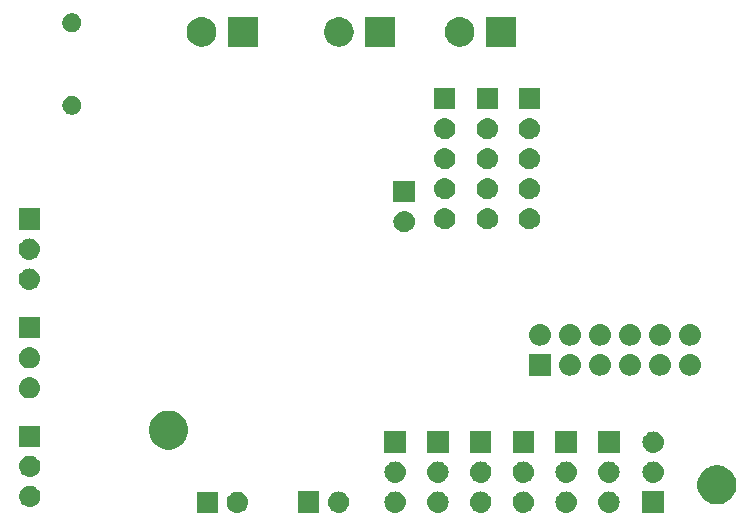
<source format=gbs>
G04 #@! TF.GenerationSoftware,KiCad,Pcbnew,6.0.0-rc1-unknown-6a5744a~66~ubuntu18.04.1*
G04 #@! TF.CreationDate,2018-10-14T16:50:05-07:00*
G04 #@! TF.ProjectId,EExtruder,4545787472756465722E6B696361645F,rev?*
G04 #@! TF.SameCoordinates,Original*
G04 #@! TF.FileFunction,Soldermask,Bot*
G04 #@! TF.FilePolarity,Negative*
%FSLAX46Y46*%
G04 Gerber Fmt 4.6, Leading zero omitted, Abs format (unit mm)*
G04 Created by KiCad (PCBNEW 6.0.0-rc1-unknown-6a5744a~66~ubuntu18.04.1) date Sun 14 Oct 2018 04:50:05 PM PDT*
%MOMM*%
%LPD*%
G01*
G04 APERTURE LIST*
%ADD10C,0.100000*%
G04 APERTURE END LIST*
D10*
G36*
X148292443Y-127261519D02*
X148358627Y-127268037D01*
X148471853Y-127302384D01*
X148528467Y-127319557D01*
X148660668Y-127390221D01*
X148684991Y-127403222D01*
X148720729Y-127432552D01*
X148822186Y-127515814D01*
X148905448Y-127617271D01*
X148934778Y-127653009D01*
X148934779Y-127653011D01*
X149018443Y-127809533D01*
X149018443Y-127809534D01*
X149069963Y-127979373D01*
X149087359Y-128156000D01*
X149069963Y-128332627D01*
X149035616Y-128445853D01*
X149018443Y-128502467D01*
X148989294Y-128557000D01*
X148934778Y-128658991D01*
X148905448Y-128694729D01*
X148822186Y-128796186D01*
X148720729Y-128879448D01*
X148684991Y-128908778D01*
X148684989Y-128908779D01*
X148528467Y-128992443D01*
X148471853Y-129009616D01*
X148358627Y-129043963D01*
X148292442Y-129050482D01*
X148226260Y-129057000D01*
X148137740Y-129057000D01*
X148071558Y-129050482D01*
X148005373Y-129043963D01*
X147892147Y-129009616D01*
X147835533Y-128992443D01*
X147679011Y-128908779D01*
X147679009Y-128908778D01*
X147643271Y-128879448D01*
X147541814Y-128796186D01*
X147458552Y-128694729D01*
X147429222Y-128658991D01*
X147374706Y-128557000D01*
X147345557Y-128502467D01*
X147328384Y-128445853D01*
X147294037Y-128332627D01*
X147276641Y-128156000D01*
X147294037Y-127979373D01*
X147345557Y-127809534D01*
X147345557Y-127809533D01*
X147429221Y-127653011D01*
X147429222Y-127653009D01*
X147458552Y-127617271D01*
X147541814Y-127515814D01*
X147643271Y-127432552D01*
X147679009Y-127403222D01*
X147703332Y-127390221D01*
X147835533Y-127319557D01*
X147892147Y-127302384D01*
X148005373Y-127268037D01*
X148071557Y-127261519D01*
X148137740Y-127255000D01*
X148226260Y-127255000D01*
X148292443Y-127261519D01*
X148292443Y-127261519D01*
G37*
G36*
X146543000Y-129057000D02*
X144741000Y-129057000D01*
X144741000Y-127255000D01*
X146543000Y-127255000D01*
X146543000Y-129057000D01*
X146543000Y-129057000D01*
G37*
G36*
X176132443Y-127248519D02*
X176198627Y-127255037D01*
X176311853Y-127289384D01*
X176368467Y-127306557D01*
X176507087Y-127380652D01*
X176524991Y-127390222D01*
X176540830Y-127403221D01*
X176662186Y-127502814D01*
X176745448Y-127604271D01*
X176774778Y-127640009D01*
X176774779Y-127640011D01*
X176858443Y-127796533D01*
X176869391Y-127832625D01*
X176909963Y-127966373D01*
X176927359Y-128143000D01*
X176909963Y-128319627D01*
X176882919Y-128408778D01*
X176858443Y-128489467D01*
X176851494Y-128502467D01*
X176774778Y-128645991D01*
X176764109Y-128658991D01*
X176662186Y-128783186D01*
X176560729Y-128866448D01*
X176524991Y-128895778D01*
X176524989Y-128895779D01*
X176368467Y-128979443D01*
X176325611Y-128992443D01*
X176198627Y-129030963D01*
X176132442Y-129037482D01*
X176066260Y-129044000D01*
X175977740Y-129044000D01*
X175911558Y-129037482D01*
X175845373Y-129030963D01*
X175718389Y-128992443D01*
X175675533Y-128979443D01*
X175519011Y-128895779D01*
X175519009Y-128895778D01*
X175483271Y-128866448D01*
X175381814Y-128783186D01*
X175279891Y-128658991D01*
X175269222Y-128645991D01*
X175192506Y-128502467D01*
X175185557Y-128489467D01*
X175161081Y-128408778D01*
X175134037Y-128319627D01*
X175116641Y-128143000D01*
X175134037Y-127966373D01*
X175174609Y-127832625D01*
X175185557Y-127796533D01*
X175269221Y-127640011D01*
X175269222Y-127640009D01*
X175298552Y-127604271D01*
X175381814Y-127502814D01*
X175503170Y-127403221D01*
X175519009Y-127390222D01*
X175536913Y-127380652D01*
X175675533Y-127306557D01*
X175732147Y-127289384D01*
X175845373Y-127255037D01*
X175911557Y-127248519D01*
X175977740Y-127242000D01*
X176066260Y-127242000D01*
X176132443Y-127248519D01*
X176132443Y-127248519D01*
G37*
G36*
X184289000Y-129044000D02*
X182487000Y-129044000D01*
X182487000Y-127242000D01*
X184289000Y-127242000D01*
X184289000Y-129044000D01*
X184289000Y-129044000D01*
G37*
G36*
X155120000Y-129044000D02*
X153318000Y-129044000D01*
X153318000Y-127242000D01*
X155120000Y-127242000D01*
X155120000Y-129044000D01*
X155120000Y-129044000D01*
G37*
G36*
X156869443Y-127248519D02*
X156935627Y-127255037D01*
X157048853Y-127289384D01*
X157105467Y-127306557D01*
X157244087Y-127380652D01*
X157261991Y-127390222D01*
X157277830Y-127403221D01*
X157399186Y-127502814D01*
X157482448Y-127604271D01*
X157511778Y-127640009D01*
X157511779Y-127640011D01*
X157595443Y-127796533D01*
X157606391Y-127832625D01*
X157646963Y-127966373D01*
X157664359Y-128143000D01*
X157646963Y-128319627D01*
X157619919Y-128408778D01*
X157595443Y-128489467D01*
X157588494Y-128502467D01*
X157511778Y-128645991D01*
X157501109Y-128658991D01*
X157399186Y-128783186D01*
X157297729Y-128866448D01*
X157261991Y-128895778D01*
X157261989Y-128895779D01*
X157105467Y-128979443D01*
X157062611Y-128992443D01*
X156935627Y-129030963D01*
X156869442Y-129037482D01*
X156803260Y-129044000D01*
X156714740Y-129044000D01*
X156648558Y-129037482D01*
X156582373Y-129030963D01*
X156455389Y-128992443D01*
X156412533Y-128979443D01*
X156256011Y-128895779D01*
X156256009Y-128895778D01*
X156220271Y-128866448D01*
X156118814Y-128783186D01*
X156016891Y-128658991D01*
X156006222Y-128645991D01*
X155929506Y-128502467D01*
X155922557Y-128489467D01*
X155898081Y-128408778D01*
X155871037Y-128319627D01*
X155853641Y-128143000D01*
X155871037Y-127966373D01*
X155911609Y-127832625D01*
X155922557Y-127796533D01*
X156006221Y-127640011D01*
X156006222Y-127640009D01*
X156035552Y-127604271D01*
X156118814Y-127502814D01*
X156240170Y-127403221D01*
X156256009Y-127390222D01*
X156273913Y-127380652D01*
X156412533Y-127306557D01*
X156469147Y-127289384D01*
X156582373Y-127255037D01*
X156648557Y-127248519D01*
X156714740Y-127242000D01*
X156803260Y-127242000D01*
X156869443Y-127248519D01*
X156869443Y-127248519D01*
G37*
G36*
X165274443Y-127248519D02*
X165340627Y-127255037D01*
X165453853Y-127289384D01*
X165510467Y-127306557D01*
X165649087Y-127380652D01*
X165666991Y-127390222D01*
X165682830Y-127403221D01*
X165804186Y-127502814D01*
X165887448Y-127604271D01*
X165916778Y-127640009D01*
X165916779Y-127640011D01*
X166000443Y-127796533D01*
X166011391Y-127832625D01*
X166051963Y-127966373D01*
X166069359Y-128143000D01*
X166051963Y-128319627D01*
X166024919Y-128408778D01*
X166000443Y-128489467D01*
X165993494Y-128502467D01*
X165916778Y-128645991D01*
X165906109Y-128658991D01*
X165804186Y-128783186D01*
X165702729Y-128866448D01*
X165666991Y-128895778D01*
X165666989Y-128895779D01*
X165510467Y-128979443D01*
X165467611Y-128992443D01*
X165340627Y-129030963D01*
X165274442Y-129037482D01*
X165208260Y-129044000D01*
X165119740Y-129044000D01*
X165053558Y-129037482D01*
X164987373Y-129030963D01*
X164860389Y-128992443D01*
X164817533Y-128979443D01*
X164661011Y-128895779D01*
X164661009Y-128895778D01*
X164625271Y-128866448D01*
X164523814Y-128783186D01*
X164421891Y-128658991D01*
X164411222Y-128645991D01*
X164334506Y-128502467D01*
X164327557Y-128489467D01*
X164303081Y-128408778D01*
X164276037Y-128319627D01*
X164258641Y-128143000D01*
X164276037Y-127966373D01*
X164316609Y-127832625D01*
X164327557Y-127796533D01*
X164411221Y-127640011D01*
X164411222Y-127640009D01*
X164440552Y-127604271D01*
X164523814Y-127502814D01*
X164645170Y-127403221D01*
X164661009Y-127390222D01*
X164678913Y-127380652D01*
X164817533Y-127306557D01*
X164874147Y-127289384D01*
X164987373Y-127255037D01*
X165053557Y-127248519D01*
X165119740Y-127242000D01*
X165208260Y-127242000D01*
X165274443Y-127248519D01*
X165274443Y-127248519D01*
G37*
G36*
X168893443Y-127248519D02*
X168959627Y-127255037D01*
X169072853Y-127289384D01*
X169129467Y-127306557D01*
X169268087Y-127380652D01*
X169285991Y-127390222D01*
X169301830Y-127403221D01*
X169423186Y-127502814D01*
X169506448Y-127604271D01*
X169535778Y-127640009D01*
X169535779Y-127640011D01*
X169619443Y-127796533D01*
X169630391Y-127832625D01*
X169670963Y-127966373D01*
X169688359Y-128143000D01*
X169670963Y-128319627D01*
X169643919Y-128408778D01*
X169619443Y-128489467D01*
X169612494Y-128502467D01*
X169535778Y-128645991D01*
X169525109Y-128658991D01*
X169423186Y-128783186D01*
X169321729Y-128866448D01*
X169285991Y-128895778D01*
X169285989Y-128895779D01*
X169129467Y-128979443D01*
X169086611Y-128992443D01*
X168959627Y-129030963D01*
X168893442Y-129037482D01*
X168827260Y-129044000D01*
X168738740Y-129044000D01*
X168672558Y-129037482D01*
X168606373Y-129030963D01*
X168479389Y-128992443D01*
X168436533Y-128979443D01*
X168280011Y-128895779D01*
X168280009Y-128895778D01*
X168244271Y-128866448D01*
X168142814Y-128783186D01*
X168040891Y-128658991D01*
X168030222Y-128645991D01*
X167953506Y-128502467D01*
X167946557Y-128489467D01*
X167922081Y-128408778D01*
X167895037Y-128319627D01*
X167877641Y-128143000D01*
X167895037Y-127966373D01*
X167935609Y-127832625D01*
X167946557Y-127796533D01*
X168030221Y-127640011D01*
X168030222Y-127640009D01*
X168059552Y-127604271D01*
X168142814Y-127502814D01*
X168264170Y-127403221D01*
X168280009Y-127390222D01*
X168297913Y-127380652D01*
X168436533Y-127306557D01*
X168493147Y-127289384D01*
X168606373Y-127255037D01*
X168672557Y-127248519D01*
X168738740Y-127242000D01*
X168827260Y-127242000D01*
X168893443Y-127248519D01*
X168893443Y-127248519D01*
G37*
G36*
X172512443Y-127248519D02*
X172578627Y-127255037D01*
X172691853Y-127289384D01*
X172748467Y-127306557D01*
X172887087Y-127380652D01*
X172904991Y-127390222D01*
X172920830Y-127403221D01*
X173042186Y-127502814D01*
X173125448Y-127604271D01*
X173154778Y-127640009D01*
X173154779Y-127640011D01*
X173238443Y-127796533D01*
X173249391Y-127832625D01*
X173289963Y-127966373D01*
X173307359Y-128143000D01*
X173289963Y-128319627D01*
X173262919Y-128408778D01*
X173238443Y-128489467D01*
X173231494Y-128502467D01*
X173154778Y-128645991D01*
X173144109Y-128658991D01*
X173042186Y-128783186D01*
X172940729Y-128866448D01*
X172904991Y-128895778D01*
X172904989Y-128895779D01*
X172748467Y-128979443D01*
X172705611Y-128992443D01*
X172578627Y-129030963D01*
X172512442Y-129037482D01*
X172446260Y-129044000D01*
X172357740Y-129044000D01*
X172291558Y-129037482D01*
X172225373Y-129030963D01*
X172098389Y-128992443D01*
X172055533Y-128979443D01*
X171899011Y-128895779D01*
X171899009Y-128895778D01*
X171863271Y-128866448D01*
X171761814Y-128783186D01*
X171659891Y-128658991D01*
X171649222Y-128645991D01*
X171572506Y-128502467D01*
X171565557Y-128489467D01*
X171541081Y-128408778D01*
X171514037Y-128319627D01*
X171496641Y-128143000D01*
X171514037Y-127966373D01*
X171554609Y-127832625D01*
X171565557Y-127796533D01*
X171649221Y-127640011D01*
X171649222Y-127640009D01*
X171678552Y-127604271D01*
X171761814Y-127502814D01*
X171883170Y-127403221D01*
X171899009Y-127390222D01*
X171916913Y-127380652D01*
X172055533Y-127306557D01*
X172112147Y-127289384D01*
X172225373Y-127255037D01*
X172291557Y-127248519D01*
X172357740Y-127242000D01*
X172446260Y-127242000D01*
X172512443Y-127248519D01*
X172512443Y-127248519D01*
G37*
G36*
X179752443Y-127248519D02*
X179818627Y-127255037D01*
X179931853Y-127289384D01*
X179988467Y-127306557D01*
X180127087Y-127380652D01*
X180144991Y-127390222D01*
X180160830Y-127403221D01*
X180282186Y-127502814D01*
X180365448Y-127604271D01*
X180394778Y-127640009D01*
X180394779Y-127640011D01*
X180478443Y-127796533D01*
X180489391Y-127832625D01*
X180529963Y-127966373D01*
X180547359Y-128143000D01*
X180529963Y-128319627D01*
X180502919Y-128408778D01*
X180478443Y-128489467D01*
X180471494Y-128502467D01*
X180394778Y-128645991D01*
X180384109Y-128658991D01*
X180282186Y-128783186D01*
X180180729Y-128866448D01*
X180144991Y-128895778D01*
X180144989Y-128895779D01*
X179988467Y-128979443D01*
X179945611Y-128992443D01*
X179818627Y-129030963D01*
X179752442Y-129037482D01*
X179686260Y-129044000D01*
X179597740Y-129044000D01*
X179531558Y-129037482D01*
X179465373Y-129030963D01*
X179338389Y-128992443D01*
X179295533Y-128979443D01*
X179139011Y-128895779D01*
X179139009Y-128895778D01*
X179103271Y-128866448D01*
X179001814Y-128783186D01*
X178899891Y-128658991D01*
X178889222Y-128645991D01*
X178812506Y-128502467D01*
X178805557Y-128489467D01*
X178781081Y-128408778D01*
X178754037Y-128319627D01*
X178736641Y-128143000D01*
X178754037Y-127966373D01*
X178794609Y-127832625D01*
X178805557Y-127796533D01*
X178889221Y-127640011D01*
X178889222Y-127640009D01*
X178918552Y-127604271D01*
X179001814Y-127502814D01*
X179123170Y-127403221D01*
X179139009Y-127390222D01*
X179156913Y-127380652D01*
X179295533Y-127306557D01*
X179352147Y-127289384D01*
X179465373Y-127255037D01*
X179531557Y-127248519D01*
X179597740Y-127242000D01*
X179686260Y-127242000D01*
X179752443Y-127248519D01*
X179752443Y-127248519D01*
G37*
G36*
X161654443Y-127248519D02*
X161720627Y-127255037D01*
X161833853Y-127289384D01*
X161890467Y-127306557D01*
X162029087Y-127380652D01*
X162046991Y-127390222D01*
X162062830Y-127403221D01*
X162184186Y-127502814D01*
X162267448Y-127604271D01*
X162296778Y-127640009D01*
X162296779Y-127640011D01*
X162380443Y-127796533D01*
X162391391Y-127832625D01*
X162431963Y-127966373D01*
X162449359Y-128143000D01*
X162431963Y-128319627D01*
X162404919Y-128408778D01*
X162380443Y-128489467D01*
X162373494Y-128502467D01*
X162296778Y-128645991D01*
X162286109Y-128658991D01*
X162184186Y-128783186D01*
X162082729Y-128866448D01*
X162046991Y-128895778D01*
X162046989Y-128895779D01*
X161890467Y-128979443D01*
X161847611Y-128992443D01*
X161720627Y-129030963D01*
X161654442Y-129037482D01*
X161588260Y-129044000D01*
X161499740Y-129044000D01*
X161433558Y-129037482D01*
X161367373Y-129030963D01*
X161240389Y-128992443D01*
X161197533Y-128979443D01*
X161041011Y-128895779D01*
X161041009Y-128895778D01*
X161005271Y-128866448D01*
X160903814Y-128783186D01*
X160801891Y-128658991D01*
X160791222Y-128645991D01*
X160714506Y-128502467D01*
X160707557Y-128489467D01*
X160683081Y-128408778D01*
X160656037Y-128319627D01*
X160638641Y-128143000D01*
X160656037Y-127966373D01*
X160696609Y-127832625D01*
X160707557Y-127796533D01*
X160791221Y-127640011D01*
X160791222Y-127640009D01*
X160820552Y-127604271D01*
X160903814Y-127502814D01*
X161025170Y-127403221D01*
X161041009Y-127390222D01*
X161058913Y-127380652D01*
X161197533Y-127306557D01*
X161254147Y-127289384D01*
X161367373Y-127255037D01*
X161433557Y-127248519D01*
X161499740Y-127242000D01*
X161588260Y-127242000D01*
X161654443Y-127248519D01*
X161654443Y-127248519D01*
G37*
G36*
X130717443Y-126761519D02*
X130783627Y-126768037D01*
X130896853Y-126802384D01*
X130953467Y-126819557D01*
X131001274Y-126845111D01*
X131109991Y-126903222D01*
X131145729Y-126932552D01*
X131247186Y-127015814D01*
X131330448Y-127117271D01*
X131359778Y-127153009D01*
X131359779Y-127153011D01*
X131443443Y-127309533D01*
X131460616Y-127366147D01*
X131494963Y-127479373D01*
X131512359Y-127656000D01*
X131494963Y-127832627D01*
X131460616Y-127945853D01*
X131443443Y-128002467D01*
X131369348Y-128141087D01*
X131359778Y-128158991D01*
X131330448Y-128194729D01*
X131247186Y-128296186D01*
X131145729Y-128379448D01*
X131109991Y-128408778D01*
X131109989Y-128408779D01*
X130953467Y-128492443D01*
X130896853Y-128509616D01*
X130783627Y-128543963D01*
X130717443Y-128550481D01*
X130651260Y-128557000D01*
X130562740Y-128557000D01*
X130496557Y-128550481D01*
X130430373Y-128543963D01*
X130317147Y-128509616D01*
X130260533Y-128492443D01*
X130104011Y-128408779D01*
X130104009Y-128408778D01*
X130068271Y-128379448D01*
X129966814Y-128296186D01*
X129883552Y-128194729D01*
X129854222Y-128158991D01*
X129844652Y-128141087D01*
X129770557Y-128002467D01*
X129753384Y-127945853D01*
X129719037Y-127832627D01*
X129701641Y-127656000D01*
X129719037Y-127479373D01*
X129753384Y-127366147D01*
X129770557Y-127309533D01*
X129854221Y-127153011D01*
X129854222Y-127153009D01*
X129883552Y-127117271D01*
X129966814Y-127015814D01*
X130068271Y-126932552D01*
X130104009Y-126903222D01*
X130212726Y-126845111D01*
X130260533Y-126819557D01*
X130317147Y-126802384D01*
X130430373Y-126768037D01*
X130496557Y-126761519D01*
X130562740Y-126755000D01*
X130651260Y-126755000D01*
X130717443Y-126761519D01*
X130717443Y-126761519D01*
G37*
G36*
X189160756Y-125073798D02*
X189267079Y-125094947D01*
X189567542Y-125219403D01*
X189623112Y-125256534D01*
X189837954Y-125400087D01*
X190067913Y-125630046D01*
X190067915Y-125630049D01*
X190248597Y-125900458D01*
X190373053Y-126200921D01*
X190436500Y-126519891D01*
X190436500Y-126845109D01*
X190373053Y-127164079D01*
X190248597Y-127464542D01*
X190070320Y-127731352D01*
X190067913Y-127734954D01*
X189837954Y-127964913D01*
X189837951Y-127964915D01*
X189567542Y-128145597D01*
X189267079Y-128270053D01*
X189160756Y-128291202D01*
X188948111Y-128333500D01*
X188622889Y-128333500D01*
X188410244Y-128291202D01*
X188303921Y-128270053D01*
X188003458Y-128145597D01*
X187733049Y-127964915D01*
X187733046Y-127964913D01*
X187503087Y-127734954D01*
X187500680Y-127731352D01*
X187322403Y-127464542D01*
X187197947Y-127164079D01*
X187134500Y-126845109D01*
X187134500Y-126519891D01*
X187197947Y-126200921D01*
X187322403Y-125900458D01*
X187503085Y-125630049D01*
X187503087Y-125630046D01*
X187733046Y-125400087D01*
X187947888Y-125256534D01*
X188003458Y-125219403D01*
X188303921Y-125094947D01*
X188410244Y-125073798D01*
X188622889Y-125031500D01*
X188948111Y-125031500D01*
X189160756Y-125073798D01*
X189160756Y-125073798D01*
G37*
G36*
X183498442Y-124708518D02*
X183564627Y-124715037D01*
X183677853Y-124749384D01*
X183734467Y-124766557D01*
X183740036Y-124769534D01*
X183890991Y-124850222D01*
X183926729Y-124879552D01*
X184028186Y-124962814D01*
X184084554Y-125031500D01*
X184140778Y-125100009D01*
X184140779Y-125100011D01*
X184224443Y-125256533D01*
X184224443Y-125256534D01*
X184275963Y-125426373D01*
X184293359Y-125603000D01*
X184275963Y-125779627D01*
X184248919Y-125868778D01*
X184224443Y-125949467D01*
X184222852Y-125952443D01*
X184140778Y-126105991D01*
X184111448Y-126141729D01*
X184028186Y-126243186D01*
X183926729Y-126326448D01*
X183890991Y-126355778D01*
X183890989Y-126355779D01*
X183734467Y-126439443D01*
X183677853Y-126456616D01*
X183564627Y-126490963D01*
X183498442Y-126497482D01*
X183432260Y-126504000D01*
X183343740Y-126504000D01*
X183277558Y-126497482D01*
X183211373Y-126490963D01*
X183098147Y-126456616D01*
X183041533Y-126439443D01*
X182885011Y-126355779D01*
X182885009Y-126355778D01*
X182849271Y-126326448D01*
X182747814Y-126243186D01*
X182664552Y-126141729D01*
X182635222Y-126105991D01*
X182553148Y-125952443D01*
X182551557Y-125949467D01*
X182527081Y-125868778D01*
X182500037Y-125779627D01*
X182482641Y-125603000D01*
X182500037Y-125426373D01*
X182551557Y-125256534D01*
X182551557Y-125256533D01*
X182635221Y-125100011D01*
X182635222Y-125100009D01*
X182691446Y-125031500D01*
X182747814Y-124962814D01*
X182849271Y-124879552D01*
X182885009Y-124850222D01*
X183035964Y-124769534D01*
X183041533Y-124766557D01*
X183098147Y-124749384D01*
X183211373Y-124715037D01*
X183277558Y-124708518D01*
X183343740Y-124702000D01*
X183432260Y-124702000D01*
X183498442Y-124708518D01*
X183498442Y-124708518D01*
G37*
G36*
X161654442Y-124708518D02*
X161720627Y-124715037D01*
X161833853Y-124749384D01*
X161890467Y-124766557D01*
X161896036Y-124769534D01*
X162046991Y-124850222D01*
X162082729Y-124879552D01*
X162184186Y-124962814D01*
X162240554Y-125031500D01*
X162296778Y-125100009D01*
X162296779Y-125100011D01*
X162380443Y-125256533D01*
X162380443Y-125256534D01*
X162431963Y-125426373D01*
X162449359Y-125603000D01*
X162431963Y-125779627D01*
X162404919Y-125868778D01*
X162380443Y-125949467D01*
X162378852Y-125952443D01*
X162296778Y-126105991D01*
X162267448Y-126141729D01*
X162184186Y-126243186D01*
X162082729Y-126326448D01*
X162046991Y-126355778D01*
X162046989Y-126355779D01*
X161890467Y-126439443D01*
X161833853Y-126456616D01*
X161720627Y-126490963D01*
X161654442Y-126497482D01*
X161588260Y-126504000D01*
X161499740Y-126504000D01*
X161433558Y-126497482D01*
X161367373Y-126490963D01*
X161254147Y-126456616D01*
X161197533Y-126439443D01*
X161041011Y-126355779D01*
X161041009Y-126355778D01*
X161005271Y-126326448D01*
X160903814Y-126243186D01*
X160820552Y-126141729D01*
X160791222Y-126105991D01*
X160709148Y-125952443D01*
X160707557Y-125949467D01*
X160683081Y-125868778D01*
X160656037Y-125779627D01*
X160638641Y-125603000D01*
X160656037Y-125426373D01*
X160707557Y-125256534D01*
X160707557Y-125256533D01*
X160791221Y-125100011D01*
X160791222Y-125100009D01*
X160847446Y-125031500D01*
X160903814Y-124962814D01*
X161005271Y-124879552D01*
X161041009Y-124850222D01*
X161191964Y-124769534D01*
X161197533Y-124766557D01*
X161254147Y-124749384D01*
X161367373Y-124715037D01*
X161433558Y-124708518D01*
X161499740Y-124702000D01*
X161588260Y-124702000D01*
X161654442Y-124708518D01*
X161654442Y-124708518D01*
G37*
G36*
X179752442Y-124708518D02*
X179818627Y-124715037D01*
X179931853Y-124749384D01*
X179988467Y-124766557D01*
X179994036Y-124769534D01*
X180144991Y-124850222D01*
X180180729Y-124879552D01*
X180282186Y-124962814D01*
X180338554Y-125031500D01*
X180394778Y-125100009D01*
X180394779Y-125100011D01*
X180478443Y-125256533D01*
X180478443Y-125256534D01*
X180529963Y-125426373D01*
X180547359Y-125603000D01*
X180529963Y-125779627D01*
X180502919Y-125868778D01*
X180478443Y-125949467D01*
X180476852Y-125952443D01*
X180394778Y-126105991D01*
X180365448Y-126141729D01*
X180282186Y-126243186D01*
X180180729Y-126326448D01*
X180144991Y-126355778D01*
X180144989Y-126355779D01*
X179988467Y-126439443D01*
X179931853Y-126456616D01*
X179818627Y-126490963D01*
X179752442Y-126497482D01*
X179686260Y-126504000D01*
X179597740Y-126504000D01*
X179531558Y-126497482D01*
X179465373Y-126490963D01*
X179352147Y-126456616D01*
X179295533Y-126439443D01*
X179139011Y-126355779D01*
X179139009Y-126355778D01*
X179103271Y-126326448D01*
X179001814Y-126243186D01*
X178918552Y-126141729D01*
X178889222Y-126105991D01*
X178807148Y-125952443D01*
X178805557Y-125949467D01*
X178781081Y-125868778D01*
X178754037Y-125779627D01*
X178736641Y-125603000D01*
X178754037Y-125426373D01*
X178805557Y-125256534D01*
X178805557Y-125256533D01*
X178889221Y-125100011D01*
X178889222Y-125100009D01*
X178945446Y-125031500D01*
X179001814Y-124962814D01*
X179103271Y-124879552D01*
X179139009Y-124850222D01*
X179289964Y-124769534D01*
X179295533Y-124766557D01*
X179352147Y-124749384D01*
X179465373Y-124715037D01*
X179531558Y-124708518D01*
X179597740Y-124702000D01*
X179686260Y-124702000D01*
X179752442Y-124708518D01*
X179752442Y-124708518D01*
G37*
G36*
X176132442Y-124708518D02*
X176198627Y-124715037D01*
X176311853Y-124749384D01*
X176368467Y-124766557D01*
X176374036Y-124769534D01*
X176524991Y-124850222D01*
X176560729Y-124879552D01*
X176662186Y-124962814D01*
X176718554Y-125031500D01*
X176774778Y-125100009D01*
X176774779Y-125100011D01*
X176858443Y-125256533D01*
X176858443Y-125256534D01*
X176909963Y-125426373D01*
X176927359Y-125603000D01*
X176909963Y-125779627D01*
X176882919Y-125868778D01*
X176858443Y-125949467D01*
X176856852Y-125952443D01*
X176774778Y-126105991D01*
X176745448Y-126141729D01*
X176662186Y-126243186D01*
X176560729Y-126326448D01*
X176524991Y-126355778D01*
X176524989Y-126355779D01*
X176368467Y-126439443D01*
X176311853Y-126456616D01*
X176198627Y-126490963D01*
X176132442Y-126497482D01*
X176066260Y-126504000D01*
X175977740Y-126504000D01*
X175911558Y-126497482D01*
X175845373Y-126490963D01*
X175732147Y-126456616D01*
X175675533Y-126439443D01*
X175519011Y-126355779D01*
X175519009Y-126355778D01*
X175483271Y-126326448D01*
X175381814Y-126243186D01*
X175298552Y-126141729D01*
X175269222Y-126105991D01*
X175187148Y-125952443D01*
X175185557Y-125949467D01*
X175161081Y-125868778D01*
X175134037Y-125779627D01*
X175116641Y-125603000D01*
X175134037Y-125426373D01*
X175185557Y-125256534D01*
X175185557Y-125256533D01*
X175269221Y-125100011D01*
X175269222Y-125100009D01*
X175325446Y-125031500D01*
X175381814Y-124962814D01*
X175483271Y-124879552D01*
X175519009Y-124850222D01*
X175669964Y-124769534D01*
X175675533Y-124766557D01*
X175732147Y-124749384D01*
X175845373Y-124715037D01*
X175911558Y-124708518D01*
X175977740Y-124702000D01*
X176066260Y-124702000D01*
X176132442Y-124708518D01*
X176132442Y-124708518D01*
G37*
G36*
X165274442Y-124708518D02*
X165340627Y-124715037D01*
X165453853Y-124749384D01*
X165510467Y-124766557D01*
X165516036Y-124769534D01*
X165666991Y-124850222D01*
X165702729Y-124879552D01*
X165804186Y-124962814D01*
X165860554Y-125031500D01*
X165916778Y-125100009D01*
X165916779Y-125100011D01*
X166000443Y-125256533D01*
X166000443Y-125256534D01*
X166051963Y-125426373D01*
X166069359Y-125603000D01*
X166051963Y-125779627D01*
X166024919Y-125868778D01*
X166000443Y-125949467D01*
X165998852Y-125952443D01*
X165916778Y-126105991D01*
X165887448Y-126141729D01*
X165804186Y-126243186D01*
X165702729Y-126326448D01*
X165666991Y-126355778D01*
X165666989Y-126355779D01*
X165510467Y-126439443D01*
X165453853Y-126456616D01*
X165340627Y-126490963D01*
X165274442Y-126497482D01*
X165208260Y-126504000D01*
X165119740Y-126504000D01*
X165053558Y-126497482D01*
X164987373Y-126490963D01*
X164874147Y-126456616D01*
X164817533Y-126439443D01*
X164661011Y-126355779D01*
X164661009Y-126355778D01*
X164625271Y-126326448D01*
X164523814Y-126243186D01*
X164440552Y-126141729D01*
X164411222Y-126105991D01*
X164329148Y-125952443D01*
X164327557Y-125949467D01*
X164303081Y-125868778D01*
X164276037Y-125779627D01*
X164258641Y-125603000D01*
X164276037Y-125426373D01*
X164327557Y-125256534D01*
X164327557Y-125256533D01*
X164411221Y-125100011D01*
X164411222Y-125100009D01*
X164467446Y-125031500D01*
X164523814Y-124962814D01*
X164625271Y-124879552D01*
X164661009Y-124850222D01*
X164811964Y-124769534D01*
X164817533Y-124766557D01*
X164874147Y-124749384D01*
X164987373Y-124715037D01*
X165053558Y-124708518D01*
X165119740Y-124702000D01*
X165208260Y-124702000D01*
X165274442Y-124708518D01*
X165274442Y-124708518D01*
G37*
G36*
X172512442Y-124708518D02*
X172578627Y-124715037D01*
X172691853Y-124749384D01*
X172748467Y-124766557D01*
X172754036Y-124769534D01*
X172904991Y-124850222D01*
X172940729Y-124879552D01*
X173042186Y-124962814D01*
X173098554Y-125031500D01*
X173154778Y-125100009D01*
X173154779Y-125100011D01*
X173238443Y-125256533D01*
X173238443Y-125256534D01*
X173289963Y-125426373D01*
X173307359Y-125603000D01*
X173289963Y-125779627D01*
X173262919Y-125868778D01*
X173238443Y-125949467D01*
X173236852Y-125952443D01*
X173154778Y-126105991D01*
X173125448Y-126141729D01*
X173042186Y-126243186D01*
X172940729Y-126326448D01*
X172904991Y-126355778D01*
X172904989Y-126355779D01*
X172748467Y-126439443D01*
X172691853Y-126456616D01*
X172578627Y-126490963D01*
X172512442Y-126497482D01*
X172446260Y-126504000D01*
X172357740Y-126504000D01*
X172291558Y-126497482D01*
X172225373Y-126490963D01*
X172112147Y-126456616D01*
X172055533Y-126439443D01*
X171899011Y-126355779D01*
X171899009Y-126355778D01*
X171863271Y-126326448D01*
X171761814Y-126243186D01*
X171678552Y-126141729D01*
X171649222Y-126105991D01*
X171567148Y-125952443D01*
X171565557Y-125949467D01*
X171541081Y-125868778D01*
X171514037Y-125779627D01*
X171496641Y-125603000D01*
X171514037Y-125426373D01*
X171565557Y-125256534D01*
X171565557Y-125256533D01*
X171649221Y-125100011D01*
X171649222Y-125100009D01*
X171705446Y-125031500D01*
X171761814Y-124962814D01*
X171863271Y-124879552D01*
X171899009Y-124850222D01*
X172049964Y-124769534D01*
X172055533Y-124766557D01*
X172112147Y-124749384D01*
X172225373Y-124715037D01*
X172291558Y-124708518D01*
X172357740Y-124702000D01*
X172446260Y-124702000D01*
X172512442Y-124708518D01*
X172512442Y-124708518D01*
G37*
G36*
X168893442Y-124708518D02*
X168959627Y-124715037D01*
X169072853Y-124749384D01*
X169129467Y-124766557D01*
X169135036Y-124769534D01*
X169285991Y-124850222D01*
X169321729Y-124879552D01*
X169423186Y-124962814D01*
X169479554Y-125031500D01*
X169535778Y-125100009D01*
X169535779Y-125100011D01*
X169619443Y-125256533D01*
X169619443Y-125256534D01*
X169670963Y-125426373D01*
X169688359Y-125603000D01*
X169670963Y-125779627D01*
X169643919Y-125868778D01*
X169619443Y-125949467D01*
X169617852Y-125952443D01*
X169535778Y-126105991D01*
X169506448Y-126141729D01*
X169423186Y-126243186D01*
X169321729Y-126326448D01*
X169285991Y-126355778D01*
X169285989Y-126355779D01*
X169129467Y-126439443D01*
X169072853Y-126456616D01*
X168959627Y-126490963D01*
X168893442Y-126497482D01*
X168827260Y-126504000D01*
X168738740Y-126504000D01*
X168672558Y-126497482D01*
X168606373Y-126490963D01*
X168493147Y-126456616D01*
X168436533Y-126439443D01*
X168280011Y-126355779D01*
X168280009Y-126355778D01*
X168244271Y-126326448D01*
X168142814Y-126243186D01*
X168059552Y-126141729D01*
X168030222Y-126105991D01*
X167948148Y-125952443D01*
X167946557Y-125949467D01*
X167922081Y-125868778D01*
X167895037Y-125779627D01*
X167877641Y-125603000D01*
X167895037Y-125426373D01*
X167946557Y-125256534D01*
X167946557Y-125256533D01*
X168030221Y-125100011D01*
X168030222Y-125100009D01*
X168086446Y-125031500D01*
X168142814Y-124962814D01*
X168244271Y-124879552D01*
X168280009Y-124850222D01*
X168430964Y-124769534D01*
X168436533Y-124766557D01*
X168493147Y-124749384D01*
X168606373Y-124715037D01*
X168672558Y-124708518D01*
X168738740Y-124702000D01*
X168827260Y-124702000D01*
X168893442Y-124708518D01*
X168893442Y-124708518D01*
G37*
G36*
X130717442Y-124221518D02*
X130783627Y-124228037D01*
X130896853Y-124262384D01*
X130953467Y-124279557D01*
X131092087Y-124353652D01*
X131109991Y-124363222D01*
X131145729Y-124392552D01*
X131247186Y-124475814D01*
X131330448Y-124577271D01*
X131359778Y-124613009D01*
X131359779Y-124613011D01*
X131443443Y-124769533D01*
X131443443Y-124769534D01*
X131494963Y-124939373D01*
X131512359Y-125116000D01*
X131494963Y-125292627D01*
X131462366Y-125400085D01*
X131443443Y-125462467D01*
X131369348Y-125601087D01*
X131359778Y-125618991D01*
X131330448Y-125654729D01*
X131247186Y-125756186D01*
X131145729Y-125839448D01*
X131109991Y-125868778D01*
X131109989Y-125868779D01*
X130953467Y-125952443D01*
X130896853Y-125969616D01*
X130783627Y-126003963D01*
X130717443Y-126010481D01*
X130651260Y-126017000D01*
X130562740Y-126017000D01*
X130496557Y-126010481D01*
X130430373Y-126003963D01*
X130317147Y-125969616D01*
X130260533Y-125952443D01*
X130104011Y-125868779D01*
X130104009Y-125868778D01*
X130068271Y-125839448D01*
X129966814Y-125756186D01*
X129883552Y-125654729D01*
X129854222Y-125618991D01*
X129844652Y-125601087D01*
X129770557Y-125462467D01*
X129751634Y-125400085D01*
X129719037Y-125292627D01*
X129701641Y-125116000D01*
X129719037Y-124939373D01*
X129770557Y-124769534D01*
X129770557Y-124769533D01*
X129854221Y-124613011D01*
X129854222Y-124613009D01*
X129883552Y-124577271D01*
X129966814Y-124475814D01*
X130068271Y-124392552D01*
X130104009Y-124363222D01*
X130121913Y-124353652D01*
X130260533Y-124279557D01*
X130317147Y-124262384D01*
X130430373Y-124228037D01*
X130496558Y-124221518D01*
X130562740Y-124215000D01*
X130651260Y-124215000D01*
X130717442Y-124221518D01*
X130717442Y-124221518D01*
G37*
G36*
X183498442Y-122168518D02*
X183564627Y-122175037D01*
X183677853Y-122209384D01*
X183734467Y-122226557D01*
X183873087Y-122300652D01*
X183890991Y-122310222D01*
X183926729Y-122339552D01*
X184028186Y-122422814D01*
X184111448Y-122524271D01*
X184140778Y-122560009D01*
X184140779Y-122560011D01*
X184224443Y-122716533D01*
X184224443Y-122716534D01*
X184275963Y-122886373D01*
X184293359Y-123063000D01*
X184275963Y-123239627D01*
X184248727Y-123329413D01*
X184224443Y-123409467D01*
X184188345Y-123477000D01*
X184140778Y-123565991D01*
X184111448Y-123601729D01*
X184028186Y-123703186D01*
X183926729Y-123786448D01*
X183890991Y-123815778D01*
X183890989Y-123815779D01*
X183734467Y-123899443D01*
X183677853Y-123916616D01*
X183564627Y-123950963D01*
X183498443Y-123957481D01*
X183432260Y-123964000D01*
X183343740Y-123964000D01*
X183277557Y-123957481D01*
X183211373Y-123950963D01*
X183098147Y-123916616D01*
X183041533Y-123899443D01*
X182885011Y-123815779D01*
X182885009Y-123815778D01*
X182849271Y-123786448D01*
X182747814Y-123703186D01*
X182664552Y-123601729D01*
X182635222Y-123565991D01*
X182587655Y-123477000D01*
X182551557Y-123409467D01*
X182527273Y-123329413D01*
X182500037Y-123239627D01*
X182482641Y-123063000D01*
X182500037Y-122886373D01*
X182551557Y-122716534D01*
X182551557Y-122716533D01*
X182635221Y-122560011D01*
X182635222Y-122560009D01*
X182664552Y-122524271D01*
X182747814Y-122422814D01*
X182849271Y-122339552D01*
X182885009Y-122310222D01*
X182902913Y-122300652D01*
X183041533Y-122226557D01*
X183098147Y-122209384D01*
X183211373Y-122175037D01*
X183277558Y-122168518D01*
X183343740Y-122162000D01*
X183432260Y-122162000D01*
X183498442Y-122168518D01*
X183498442Y-122168518D01*
G37*
G36*
X162445000Y-123964000D02*
X160643000Y-123964000D01*
X160643000Y-122162000D01*
X162445000Y-122162000D01*
X162445000Y-123964000D01*
X162445000Y-123964000D01*
G37*
G36*
X173303000Y-123964000D02*
X171501000Y-123964000D01*
X171501000Y-122162000D01*
X173303000Y-122162000D01*
X173303000Y-123964000D01*
X173303000Y-123964000D01*
G37*
G36*
X166065000Y-123964000D02*
X164263000Y-123964000D01*
X164263000Y-122162000D01*
X166065000Y-122162000D01*
X166065000Y-123964000D01*
X166065000Y-123964000D01*
G37*
G36*
X169684000Y-123964000D02*
X167882000Y-123964000D01*
X167882000Y-122162000D01*
X169684000Y-122162000D01*
X169684000Y-123964000D01*
X169684000Y-123964000D01*
G37*
G36*
X176923000Y-123964000D02*
X175121000Y-123964000D01*
X175121000Y-122162000D01*
X176923000Y-122162000D01*
X176923000Y-123964000D01*
X176923000Y-123964000D01*
G37*
G36*
X180543000Y-123964000D02*
X178741000Y-123964000D01*
X178741000Y-122162000D01*
X180543000Y-122162000D01*
X180543000Y-123964000D01*
X180543000Y-123964000D01*
G37*
G36*
X142742256Y-120438298D02*
X142848579Y-120459447D01*
X143149042Y-120583903D01*
X143415852Y-120762180D01*
X143419454Y-120764587D01*
X143649413Y-120994546D01*
X143649415Y-120994549D01*
X143830097Y-121264958D01*
X143954553Y-121565421D01*
X144018000Y-121884391D01*
X144018000Y-122209609D01*
X143954553Y-122528579D01*
X143830097Y-122829042D01*
X143791788Y-122886375D01*
X143649413Y-123099454D01*
X143419454Y-123329413D01*
X143419451Y-123329415D01*
X143149042Y-123510097D01*
X142848579Y-123634553D01*
X142742256Y-123655702D01*
X142529611Y-123698000D01*
X142204389Y-123698000D01*
X141991744Y-123655702D01*
X141885421Y-123634553D01*
X141584958Y-123510097D01*
X141314549Y-123329415D01*
X141314546Y-123329413D01*
X141084587Y-123099454D01*
X140942212Y-122886375D01*
X140903903Y-122829042D01*
X140779447Y-122528579D01*
X140716000Y-122209609D01*
X140716000Y-121884391D01*
X140779447Y-121565421D01*
X140903903Y-121264958D01*
X141084585Y-120994549D01*
X141084587Y-120994546D01*
X141314546Y-120764587D01*
X141318148Y-120762180D01*
X141584958Y-120583903D01*
X141885421Y-120459447D01*
X141991744Y-120438298D01*
X142204389Y-120396000D01*
X142529611Y-120396000D01*
X142742256Y-120438298D01*
X142742256Y-120438298D01*
G37*
G36*
X131508000Y-123477000D02*
X129706000Y-123477000D01*
X129706000Y-121675000D01*
X131508000Y-121675000D01*
X131508000Y-123477000D01*
X131508000Y-123477000D01*
G37*
G36*
X130690443Y-117573519D02*
X130756627Y-117580037D01*
X130869853Y-117614384D01*
X130926467Y-117631557D01*
X131065087Y-117705652D01*
X131082991Y-117715222D01*
X131118729Y-117744552D01*
X131220186Y-117827814D01*
X131303448Y-117929271D01*
X131332778Y-117965009D01*
X131332779Y-117965011D01*
X131416443Y-118121533D01*
X131416443Y-118121534D01*
X131467963Y-118291373D01*
X131485359Y-118468000D01*
X131467963Y-118644627D01*
X131433616Y-118757853D01*
X131416443Y-118814467D01*
X131342348Y-118953087D01*
X131332778Y-118970991D01*
X131303448Y-119006729D01*
X131220186Y-119108186D01*
X131118729Y-119191448D01*
X131082991Y-119220778D01*
X131082989Y-119220779D01*
X130926467Y-119304443D01*
X130869853Y-119321616D01*
X130756627Y-119355963D01*
X130690443Y-119362481D01*
X130624260Y-119369000D01*
X130535740Y-119369000D01*
X130469557Y-119362481D01*
X130403373Y-119355963D01*
X130290147Y-119321616D01*
X130233533Y-119304443D01*
X130077011Y-119220779D01*
X130077009Y-119220778D01*
X130041271Y-119191448D01*
X129939814Y-119108186D01*
X129856552Y-119006729D01*
X129827222Y-118970991D01*
X129817652Y-118953087D01*
X129743557Y-118814467D01*
X129726384Y-118757853D01*
X129692037Y-118644627D01*
X129674641Y-118468000D01*
X129692037Y-118291373D01*
X129743557Y-118121534D01*
X129743557Y-118121533D01*
X129827221Y-117965011D01*
X129827222Y-117965009D01*
X129856552Y-117929271D01*
X129939814Y-117827814D01*
X130041271Y-117744552D01*
X130077009Y-117715222D01*
X130094913Y-117705652D01*
X130233533Y-117631557D01*
X130290147Y-117614384D01*
X130403373Y-117580037D01*
X130469557Y-117573519D01*
X130535740Y-117567000D01*
X130624260Y-117567000D01*
X130690443Y-117573519D01*
X130690443Y-117573519D01*
G37*
G36*
X176519294Y-115620633D02*
X176691694Y-115672931D01*
X176691696Y-115672932D01*
X176850583Y-115757859D01*
X176850585Y-115757860D01*
X176850584Y-115757860D01*
X176989849Y-115872151D01*
X177104140Y-116011416D01*
X177189069Y-116170306D01*
X177241367Y-116342706D01*
X177259025Y-116522000D01*
X177241367Y-116701294D01*
X177189069Y-116873694D01*
X177189068Y-116873696D01*
X177104141Y-117032583D01*
X176989849Y-117171849D01*
X176850583Y-117286141D01*
X176691696Y-117371068D01*
X176691694Y-117371069D01*
X176519294Y-117423367D01*
X176384931Y-117436600D01*
X176295069Y-117436600D01*
X176160706Y-117423367D01*
X175988306Y-117371069D01*
X175988304Y-117371068D01*
X175829417Y-117286141D01*
X175690151Y-117171849D01*
X175575859Y-117032583D01*
X175490932Y-116873696D01*
X175490931Y-116873694D01*
X175438633Y-116701294D01*
X175420975Y-116522000D01*
X175438633Y-116342706D01*
X175490931Y-116170306D01*
X175575860Y-116011416D01*
X175690151Y-115872151D01*
X175829416Y-115757860D01*
X175829415Y-115757860D01*
X175829417Y-115757859D01*
X175988304Y-115672932D01*
X175988306Y-115672931D01*
X176160706Y-115620633D01*
X176295069Y-115607400D01*
X176384931Y-115607400D01*
X176519294Y-115620633D01*
X176519294Y-115620633D01*
G37*
G36*
X179059294Y-115620633D02*
X179231694Y-115672931D01*
X179231696Y-115672932D01*
X179390583Y-115757859D01*
X179390585Y-115757860D01*
X179390584Y-115757860D01*
X179529849Y-115872151D01*
X179644140Y-116011416D01*
X179729069Y-116170306D01*
X179781367Y-116342706D01*
X179799025Y-116522000D01*
X179781367Y-116701294D01*
X179729069Y-116873694D01*
X179729068Y-116873696D01*
X179644141Y-117032583D01*
X179529849Y-117171849D01*
X179390583Y-117286141D01*
X179231696Y-117371068D01*
X179231694Y-117371069D01*
X179059294Y-117423367D01*
X178924931Y-117436600D01*
X178835069Y-117436600D01*
X178700706Y-117423367D01*
X178528306Y-117371069D01*
X178528304Y-117371068D01*
X178369417Y-117286141D01*
X178230151Y-117171849D01*
X178115859Y-117032583D01*
X178030932Y-116873696D01*
X178030931Y-116873694D01*
X177978633Y-116701294D01*
X177960975Y-116522000D01*
X177978633Y-116342706D01*
X178030931Y-116170306D01*
X178115860Y-116011416D01*
X178230151Y-115872151D01*
X178369416Y-115757860D01*
X178369415Y-115757860D01*
X178369417Y-115757859D01*
X178528304Y-115672932D01*
X178528306Y-115672931D01*
X178700706Y-115620633D01*
X178835069Y-115607400D01*
X178924931Y-115607400D01*
X179059294Y-115620633D01*
X179059294Y-115620633D01*
G37*
G36*
X174714600Y-117436600D02*
X172885400Y-117436600D01*
X172885400Y-115607400D01*
X174714600Y-115607400D01*
X174714600Y-117436600D01*
X174714600Y-117436600D01*
G37*
G36*
X184139294Y-115620633D02*
X184311694Y-115672931D01*
X184311696Y-115672932D01*
X184470583Y-115757859D01*
X184470585Y-115757860D01*
X184470584Y-115757860D01*
X184609849Y-115872151D01*
X184724140Y-116011416D01*
X184809069Y-116170306D01*
X184861367Y-116342706D01*
X184879025Y-116522000D01*
X184861367Y-116701294D01*
X184809069Y-116873694D01*
X184809068Y-116873696D01*
X184724141Y-117032583D01*
X184609849Y-117171849D01*
X184470583Y-117286141D01*
X184311696Y-117371068D01*
X184311694Y-117371069D01*
X184139294Y-117423367D01*
X184004931Y-117436600D01*
X183915069Y-117436600D01*
X183780706Y-117423367D01*
X183608306Y-117371069D01*
X183608304Y-117371068D01*
X183449417Y-117286141D01*
X183310151Y-117171849D01*
X183195859Y-117032583D01*
X183110932Y-116873696D01*
X183110931Y-116873694D01*
X183058633Y-116701294D01*
X183040975Y-116522000D01*
X183058633Y-116342706D01*
X183110931Y-116170306D01*
X183195860Y-116011416D01*
X183310151Y-115872151D01*
X183449416Y-115757860D01*
X183449415Y-115757860D01*
X183449417Y-115757859D01*
X183608304Y-115672932D01*
X183608306Y-115672931D01*
X183780706Y-115620633D01*
X183915069Y-115607400D01*
X184004931Y-115607400D01*
X184139294Y-115620633D01*
X184139294Y-115620633D01*
G37*
G36*
X186679294Y-115620633D02*
X186851694Y-115672931D01*
X186851696Y-115672932D01*
X187010583Y-115757859D01*
X187010585Y-115757860D01*
X187010584Y-115757860D01*
X187149849Y-115872151D01*
X187264140Y-116011416D01*
X187349069Y-116170306D01*
X187401367Y-116342706D01*
X187419025Y-116522000D01*
X187401367Y-116701294D01*
X187349069Y-116873694D01*
X187349068Y-116873696D01*
X187264141Y-117032583D01*
X187149849Y-117171849D01*
X187010583Y-117286141D01*
X186851696Y-117371068D01*
X186851694Y-117371069D01*
X186679294Y-117423367D01*
X186544931Y-117436600D01*
X186455069Y-117436600D01*
X186320706Y-117423367D01*
X186148306Y-117371069D01*
X186148304Y-117371068D01*
X185989417Y-117286141D01*
X185850151Y-117171849D01*
X185735859Y-117032583D01*
X185650932Y-116873696D01*
X185650931Y-116873694D01*
X185598633Y-116701294D01*
X185580975Y-116522000D01*
X185598633Y-116342706D01*
X185650931Y-116170306D01*
X185735860Y-116011416D01*
X185850151Y-115872151D01*
X185989416Y-115757860D01*
X185989415Y-115757860D01*
X185989417Y-115757859D01*
X186148304Y-115672932D01*
X186148306Y-115672931D01*
X186320706Y-115620633D01*
X186455069Y-115607400D01*
X186544931Y-115607400D01*
X186679294Y-115620633D01*
X186679294Y-115620633D01*
G37*
G36*
X181599294Y-115620633D02*
X181771694Y-115672931D01*
X181771696Y-115672932D01*
X181930583Y-115757859D01*
X181930585Y-115757860D01*
X181930584Y-115757860D01*
X182069849Y-115872151D01*
X182184140Y-116011416D01*
X182269069Y-116170306D01*
X182321367Y-116342706D01*
X182339025Y-116522000D01*
X182321367Y-116701294D01*
X182269069Y-116873694D01*
X182269068Y-116873696D01*
X182184141Y-117032583D01*
X182069849Y-117171849D01*
X181930583Y-117286141D01*
X181771696Y-117371068D01*
X181771694Y-117371069D01*
X181599294Y-117423367D01*
X181464931Y-117436600D01*
X181375069Y-117436600D01*
X181240706Y-117423367D01*
X181068306Y-117371069D01*
X181068304Y-117371068D01*
X180909417Y-117286141D01*
X180770151Y-117171849D01*
X180655859Y-117032583D01*
X180570932Y-116873696D01*
X180570931Y-116873694D01*
X180518633Y-116701294D01*
X180500975Y-116522000D01*
X180518633Y-116342706D01*
X180570931Y-116170306D01*
X180655860Y-116011416D01*
X180770151Y-115872151D01*
X180909416Y-115757860D01*
X180909415Y-115757860D01*
X180909417Y-115757859D01*
X181068304Y-115672932D01*
X181068306Y-115672931D01*
X181240706Y-115620633D01*
X181375069Y-115607400D01*
X181464931Y-115607400D01*
X181599294Y-115620633D01*
X181599294Y-115620633D01*
G37*
G36*
X130690442Y-115033518D02*
X130756627Y-115040037D01*
X130869853Y-115074384D01*
X130926467Y-115091557D01*
X131065087Y-115165652D01*
X131082991Y-115175222D01*
X131118729Y-115204552D01*
X131220186Y-115287814D01*
X131303448Y-115389271D01*
X131332778Y-115425009D01*
X131332779Y-115425011D01*
X131416443Y-115581533D01*
X131428304Y-115620633D01*
X131467963Y-115751373D01*
X131485359Y-115928000D01*
X131467963Y-116104627D01*
X131433616Y-116217853D01*
X131416443Y-116274467D01*
X131379968Y-116342706D01*
X131332778Y-116430991D01*
X131303448Y-116466729D01*
X131220186Y-116568186D01*
X131118729Y-116651448D01*
X131082991Y-116680778D01*
X131082989Y-116680779D01*
X130926467Y-116764443D01*
X130869853Y-116781616D01*
X130756627Y-116815963D01*
X130690443Y-116822481D01*
X130624260Y-116829000D01*
X130535740Y-116829000D01*
X130469557Y-116822481D01*
X130403373Y-116815963D01*
X130290147Y-116781616D01*
X130233533Y-116764443D01*
X130077011Y-116680779D01*
X130077009Y-116680778D01*
X130041271Y-116651448D01*
X129939814Y-116568186D01*
X129856552Y-116466729D01*
X129827222Y-116430991D01*
X129780032Y-116342706D01*
X129743557Y-116274467D01*
X129726384Y-116217853D01*
X129692037Y-116104627D01*
X129674641Y-115928000D01*
X129692037Y-115751373D01*
X129731696Y-115620633D01*
X129743557Y-115581533D01*
X129827221Y-115425011D01*
X129827222Y-115425009D01*
X129856552Y-115389271D01*
X129939814Y-115287814D01*
X130041271Y-115204552D01*
X130077009Y-115175222D01*
X130094913Y-115165652D01*
X130233533Y-115091557D01*
X130290147Y-115074384D01*
X130403373Y-115040037D01*
X130469558Y-115033518D01*
X130535740Y-115027000D01*
X130624260Y-115027000D01*
X130690442Y-115033518D01*
X130690442Y-115033518D01*
G37*
G36*
X186679294Y-113080633D02*
X186851694Y-113132931D01*
X186851696Y-113132932D01*
X187010583Y-113217859D01*
X187010585Y-113217860D01*
X187010584Y-113217860D01*
X187149849Y-113332151D01*
X187264140Y-113471416D01*
X187349069Y-113630306D01*
X187401367Y-113802706D01*
X187419025Y-113982000D01*
X187401367Y-114161294D01*
X187349069Y-114333694D01*
X187349068Y-114333696D01*
X187264141Y-114492583D01*
X187149849Y-114631849D01*
X187010583Y-114746141D01*
X186851696Y-114831068D01*
X186851694Y-114831069D01*
X186679294Y-114883367D01*
X186544931Y-114896600D01*
X186455069Y-114896600D01*
X186320706Y-114883367D01*
X186148306Y-114831069D01*
X186148304Y-114831068D01*
X185989417Y-114746141D01*
X185850151Y-114631849D01*
X185735859Y-114492583D01*
X185650932Y-114333696D01*
X185650931Y-114333694D01*
X185598633Y-114161294D01*
X185580975Y-113982000D01*
X185598633Y-113802706D01*
X185650931Y-113630306D01*
X185735860Y-113471416D01*
X185850151Y-113332151D01*
X185989416Y-113217860D01*
X185989415Y-113217860D01*
X185989417Y-113217859D01*
X186148304Y-113132932D01*
X186148306Y-113132931D01*
X186320706Y-113080633D01*
X186455069Y-113067400D01*
X186544931Y-113067400D01*
X186679294Y-113080633D01*
X186679294Y-113080633D01*
G37*
G36*
X173979294Y-113080633D02*
X174151694Y-113132931D01*
X174151696Y-113132932D01*
X174310583Y-113217859D01*
X174310585Y-113217860D01*
X174310584Y-113217860D01*
X174449849Y-113332151D01*
X174564140Y-113471416D01*
X174649069Y-113630306D01*
X174701367Y-113802706D01*
X174719025Y-113982000D01*
X174701367Y-114161294D01*
X174649069Y-114333694D01*
X174649068Y-114333696D01*
X174564141Y-114492583D01*
X174449849Y-114631849D01*
X174310583Y-114746141D01*
X174151696Y-114831068D01*
X174151694Y-114831069D01*
X173979294Y-114883367D01*
X173844931Y-114896600D01*
X173755069Y-114896600D01*
X173620706Y-114883367D01*
X173448306Y-114831069D01*
X173448304Y-114831068D01*
X173289417Y-114746141D01*
X173150151Y-114631849D01*
X173035859Y-114492583D01*
X172950932Y-114333696D01*
X172950931Y-114333694D01*
X172898633Y-114161294D01*
X172880975Y-113982000D01*
X172898633Y-113802706D01*
X172950931Y-113630306D01*
X173035860Y-113471416D01*
X173150151Y-113332151D01*
X173289416Y-113217860D01*
X173289415Y-113217860D01*
X173289417Y-113217859D01*
X173448304Y-113132932D01*
X173448306Y-113132931D01*
X173620706Y-113080633D01*
X173755069Y-113067400D01*
X173844931Y-113067400D01*
X173979294Y-113080633D01*
X173979294Y-113080633D01*
G37*
G36*
X176519294Y-113080633D02*
X176691694Y-113132931D01*
X176691696Y-113132932D01*
X176850583Y-113217859D01*
X176850585Y-113217860D01*
X176850584Y-113217860D01*
X176989849Y-113332151D01*
X177104140Y-113471416D01*
X177189069Y-113630306D01*
X177241367Y-113802706D01*
X177259025Y-113982000D01*
X177241367Y-114161294D01*
X177189069Y-114333694D01*
X177189068Y-114333696D01*
X177104141Y-114492583D01*
X176989849Y-114631849D01*
X176850583Y-114746141D01*
X176691696Y-114831068D01*
X176691694Y-114831069D01*
X176519294Y-114883367D01*
X176384931Y-114896600D01*
X176295069Y-114896600D01*
X176160706Y-114883367D01*
X175988306Y-114831069D01*
X175988304Y-114831068D01*
X175829417Y-114746141D01*
X175690151Y-114631849D01*
X175575859Y-114492583D01*
X175490932Y-114333696D01*
X175490931Y-114333694D01*
X175438633Y-114161294D01*
X175420975Y-113982000D01*
X175438633Y-113802706D01*
X175490931Y-113630306D01*
X175575860Y-113471416D01*
X175690151Y-113332151D01*
X175829416Y-113217860D01*
X175829415Y-113217860D01*
X175829417Y-113217859D01*
X175988304Y-113132932D01*
X175988306Y-113132931D01*
X176160706Y-113080633D01*
X176295069Y-113067400D01*
X176384931Y-113067400D01*
X176519294Y-113080633D01*
X176519294Y-113080633D01*
G37*
G36*
X179059294Y-113080633D02*
X179231694Y-113132931D01*
X179231696Y-113132932D01*
X179390583Y-113217859D01*
X179390585Y-113217860D01*
X179390584Y-113217860D01*
X179529849Y-113332151D01*
X179644140Y-113471416D01*
X179729069Y-113630306D01*
X179781367Y-113802706D01*
X179799025Y-113982000D01*
X179781367Y-114161294D01*
X179729069Y-114333694D01*
X179729068Y-114333696D01*
X179644141Y-114492583D01*
X179529849Y-114631849D01*
X179390583Y-114746141D01*
X179231696Y-114831068D01*
X179231694Y-114831069D01*
X179059294Y-114883367D01*
X178924931Y-114896600D01*
X178835069Y-114896600D01*
X178700706Y-114883367D01*
X178528306Y-114831069D01*
X178528304Y-114831068D01*
X178369417Y-114746141D01*
X178230151Y-114631849D01*
X178115859Y-114492583D01*
X178030932Y-114333696D01*
X178030931Y-114333694D01*
X177978633Y-114161294D01*
X177960975Y-113982000D01*
X177978633Y-113802706D01*
X178030931Y-113630306D01*
X178115860Y-113471416D01*
X178230151Y-113332151D01*
X178369416Y-113217860D01*
X178369415Y-113217860D01*
X178369417Y-113217859D01*
X178528304Y-113132932D01*
X178528306Y-113132931D01*
X178700706Y-113080633D01*
X178835069Y-113067400D01*
X178924931Y-113067400D01*
X179059294Y-113080633D01*
X179059294Y-113080633D01*
G37*
G36*
X181599294Y-113080633D02*
X181771694Y-113132931D01*
X181771696Y-113132932D01*
X181930583Y-113217859D01*
X181930585Y-113217860D01*
X181930584Y-113217860D01*
X182069849Y-113332151D01*
X182184140Y-113471416D01*
X182269069Y-113630306D01*
X182321367Y-113802706D01*
X182339025Y-113982000D01*
X182321367Y-114161294D01*
X182269069Y-114333694D01*
X182269068Y-114333696D01*
X182184141Y-114492583D01*
X182069849Y-114631849D01*
X181930583Y-114746141D01*
X181771696Y-114831068D01*
X181771694Y-114831069D01*
X181599294Y-114883367D01*
X181464931Y-114896600D01*
X181375069Y-114896600D01*
X181240706Y-114883367D01*
X181068306Y-114831069D01*
X181068304Y-114831068D01*
X180909417Y-114746141D01*
X180770151Y-114631849D01*
X180655859Y-114492583D01*
X180570932Y-114333696D01*
X180570931Y-114333694D01*
X180518633Y-114161294D01*
X180500975Y-113982000D01*
X180518633Y-113802706D01*
X180570931Y-113630306D01*
X180655860Y-113471416D01*
X180770151Y-113332151D01*
X180909416Y-113217860D01*
X180909415Y-113217860D01*
X180909417Y-113217859D01*
X181068304Y-113132932D01*
X181068306Y-113132931D01*
X181240706Y-113080633D01*
X181375069Y-113067400D01*
X181464931Y-113067400D01*
X181599294Y-113080633D01*
X181599294Y-113080633D01*
G37*
G36*
X184139294Y-113080633D02*
X184311694Y-113132931D01*
X184311696Y-113132932D01*
X184470583Y-113217859D01*
X184470585Y-113217860D01*
X184470584Y-113217860D01*
X184609849Y-113332151D01*
X184724140Y-113471416D01*
X184809069Y-113630306D01*
X184861367Y-113802706D01*
X184879025Y-113982000D01*
X184861367Y-114161294D01*
X184809069Y-114333694D01*
X184809068Y-114333696D01*
X184724141Y-114492583D01*
X184609849Y-114631849D01*
X184470583Y-114746141D01*
X184311696Y-114831068D01*
X184311694Y-114831069D01*
X184139294Y-114883367D01*
X184004931Y-114896600D01*
X183915069Y-114896600D01*
X183780706Y-114883367D01*
X183608306Y-114831069D01*
X183608304Y-114831068D01*
X183449417Y-114746141D01*
X183310151Y-114631849D01*
X183195859Y-114492583D01*
X183110932Y-114333696D01*
X183110931Y-114333694D01*
X183058633Y-114161294D01*
X183040975Y-113982000D01*
X183058633Y-113802706D01*
X183110931Y-113630306D01*
X183195860Y-113471416D01*
X183310151Y-113332151D01*
X183449416Y-113217860D01*
X183449415Y-113217860D01*
X183449417Y-113217859D01*
X183608304Y-113132932D01*
X183608306Y-113132931D01*
X183780706Y-113080633D01*
X183915069Y-113067400D01*
X184004931Y-113067400D01*
X184139294Y-113080633D01*
X184139294Y-113080633D01*
G37*
G36*
X131481000Y-114289000D02*
X129679000Y-114289000D01*
X129679000Y-112487000D01*
X131481000Y-112487000D01*
X131481000Y-114289000D01*
X131481000Y-114289000D01*
G37*
G36*
X130678442Y-108366518D02*
X130744627Y-108373037D01*
X130857853Y-108407384D01*
X130914467Y-108424557D01*
X131053087Y-108498652D01*
X131070991Y-108508222D01*
X131106729Y-108537552D01*
X131208186Y-108620814D01*
X131291448Y-108722271D01*
X131320778Y-108758009D01*
X131320779Y-108758011D01*
X131404443Y-108914533D01*
X131404443Y-108914534D01*
X131455963Y-109084373D01*
X131473359Y-109261000D01*
X131455963Y-109437627D01*
X131421616Y-109550853D01*
X131404443Y-109607467D01*
X131330348Y-109746087D01*
X131320778Y-109763991D01*
X131291448Y-109799729D01*
X131208186Y-109901186D01*
X131106729Y-109984448D01*
X131070991Y-110013778D01*
X131070989Y-110013779D01*
X130914467Y-110097443D01*
X130857853Y-110114616D01*
X130744627Y-110148963D01*
X130678443Y-110155481D01*
X130612260Y-110162000D01*
X130523740Y-110162000D01*
X130457557Y-110155481D01*
X130391373Y-110148963D01*
X130278147Y-110114616D01*
X130221533Y-110097443D01*
X130065011Y-110013779D01*
X130065009Y-110013778D01*
X130029271Y-109984448D01*
X129927814Y-109901186D01*
X129844552Y-109799729D01*
X129815222Y-109763991D01*
X129805652Y-109746087D01*
X129731557Y-109607467D01*
X129714384Y-109550853D01*
X129680037Y-109437627D01*
X129662641Y-109261000D01*
X129680037Y-109084373D01*
X129731557Y-108914534D01*
X129731557Y-108914533D01*
X129815221Y-108758011D01*
X129815222Y-108758009D01*
X129844552Y-108722271D01*
X129927814Y-108620814D01*
X130029271Y-108537552D01*
X130065009Y-108508222D01*
X130082913Y-108498652D01*
X130221533Y-108424557D01*
X130278147Y-108407384D01*
X130391373Y-108373037D01*
X130457558Y-108366518D01*
X130523740Y-108360000D01*
X130612260Y-108360000D01*
X130678442Y-108366518D01*
X130678442Y-108366518D01*
G37*
G36*
X130678442Y-105826518D02*
X130744627Y-105833037D01*
X130857853Y-105867384D01*
X130914467Y-105884557D01*
X131053087Y-105958652D01*
X131070991Y-105968222D01*
X131106729Y-105997552D01*
X131208186Y-106080814D01*
X131291448Y-106182271D01*
X131320778Y-106218009D01*
X131320779Y-106218011D01*
X131404443Y-106374533D01*
X131404443Y-106374534D01*
X131455963Y-106544373D01*
X131473359Y-106721000D01*
X131455963Y-106897627D01*
X131421616Y-107010853D01*
X131404443Y-107067467D01*
X131330348Y-107206087D01*
X131320778Y-107223991D01*
X131291448Y-107259729D01*
X131208186Y-107361186D01*
X131106729Y-107444448D01*
X131070991Y-107473778D01*
X131070989Y-107473779D01*
X130914467Y-107557443D01*
X130857853Y-107574616D01*
X130744627Y-107608963D01*
X130678442Y-107615482D01*
X130612260Y-107622000D01*
X130523740Y-107622000D01*
X130457558Y-107615482D01*
X130391373Y-107608963D01*
X130278147Y-107574616D01*
X130221533Y-107557443D01*
X130065011Y-107473779D01*
X130065009Y-107473778D01*
X130029271Y-107444448D01*
X129927814Y-107361186D01*
X129844552Y-107259729D01*
X129815222Y-107223991D01*
X129805652Y-107206087D01*
X129731557Y-107067467D01*
X129714384Y-107010853D01*
X129680037Y-106897627D01*
X129662641Y-106721000D01*
X129680037Y-106544373D01*
X129731557Y-106374534D01*
X129731557Y-106374533D01*
X129815221Y-106218011D01*
X129815222Y-106218009D01*
X129844552Y-106182271D01*
X129927814Y-106080814D01*
X130029271Y-105997552D01*
X130065009Y-105968222D01*
X130082913Y-105958652D01*
X130221533Y-105884557D01*
X130278147Y-105867384D01*
X130391373Y-105833037D01*
X130457558Y-105826518D01*
X130523740Y-105820000D01*
X130612260Y-105820000D01*
X130678442Y-105826518D01*
X130678442Y-105826518D01*
G37*
G36*
X162416442Y-103499518D02*
X162482627Y-103506037D01*
X162595853Y-103540384D01*
X162652467Y-103557557D01*
X162791087Y-103631652D01*
X162808991Y-103641222D01*
X162844729Y-103670552D01*
X162946186Y-103753814D01*
X163029448Y-103855271D01*
X163058778Y-103891009D01*
X163058779Y-103891011D01*
X163142443Y-104047533D01*
X163142443Y-104047534D01*
X163193963Y-104217373D01*
X163211359Y-104394000D01*
X163193963Y-104570627D01*
X163159616Y-104683853D01*
X163142443Y-104740467D01*
X163121213Y-104780185D01*
X163058778Y-104896991D01*
X163029448Y-104932729D01*
X162946186Y-105034186D01*
X162844729Y-105117448D01*
X162808991Y-105146778D01*
X162808989Y-105146779D01*
X162652467Y-105230443D01*
X162595853Y-105247616D01*
X162482627Y-105281963D01*
X162416443Y-105288481D01*
X162350260Y-105295000D01*
X162261740Y-105295000D01*
X162195558Y-105288482D01*
X162129373Y-105281963D01*
X162016147Y-105247616D01*
X161959533Y-105230443D01*
X161803011Y-105146779D01*
X161803009Y-105146778D01*
X161767271Y-105117448D01*
X161665814Y-105034186D01*
X161582552Y-104932729D01*
X161553222Y-104896991D01*
X161490787Y-104780185D01*
X161469557Y-104740467D01*
X161452384Y-104683853D01*
X161418037Y-104570627D01*
X161400641Y-104394000D01*
X161418037Y-104217373D01*
X161469557Y-104047534D01*
X161469557Y-104047533D01*
X161553221Y-103891011D01*
X161553222Y-103891009D01*
X161582552Y-103855271D01*
X161665814Y-103753814D01*
X161767271Y-103670552D01*
X161803009Y-103641222D01*
X161820913Y-103631652D01*
X161959533Y-103557557D01*
X162016147Y-103540384D01*
X162129373Y-103506037D01*
X162195557Y-103499519D01*
X162261740Y-103493000D01*
X162350260Y-103493000D01*
X162416442Y-103499518D01*
X162416442Y-103499518D01*
G37*
G36*
X131469000Y-105082000D02*
X129667000Y-105082000D01*
X129667000Y-103280000D01*
X131469000Y-103280000D01*
X131469000Y-105082000D01*
X131469000Y-105082000D01*
G37*
G36*
X169464443Y-103245519D02*
X169530627Y-103252037D01*
X169643853Y-103286384D01*
X169700467Y-103303557D01*
X169839087Y-103377652D01*
X169856991Y-103387222D01*
X169892729Y-103416552D01*
X169994186Y-103499814D01*
X170077448Y-103601271D01*
X170106778Y-103637009D01*
X170106779Y-103637011D01*
X170190443Y-103793533D01*
X170190443Y-103793534D01*
X170241963Y-103963373D01*
X170259359Y-104140000D01*
X170241963Y-104316627D01*
X170218492Y-104394000D01*
X170190443Y-104486467D01*
X170145459Y-104570625D01*
X170106778Y-104642991D01*
X170077448Y-104678729D01*
X169994186Y-104780186D01*
X169892729Y-104863448D01*
X169856991Y-104892778D01*
X169856989Y-104892779D01*
X169700467Y-104976443D01*
X169643853Y-104993616D01*
X169530627Y-105027963D01*
X169467453Y-105034185D01*
X169398260Y-105041000D01*
X169309740Y-105041000D01*
X169240547Y-105034185D01*
X169177373Y-105027963D01*
X169064147Y-104993616D01*
X169007533Y-104976443D01*
X168851011Y-104892779D01*
X168851009Y-104892778D01*
X168815271Y-104863448D01*
X168713814Y-104780186D01*
X168630552Y-104678729D01*
X168601222Y-104642991D01*
X168562541Y-104570625D01*
X168517557Y-104486467D01*
X168489508Y-104394000D01*
X168466037Y-104316627D01*
X168448641Y-104140000D01*
X168466037Y-103963373D01*
X168517557Y-103793534D01*
X168517557Y-103793533D01*
X168601221Y-103637011D01*
X168601222Y-103637009D01*
X168630552Y-103601271D01*
X168713814Y-103499814D01*
X168815271Y-103416552D01*
X168851009Y-103387222D01*
X168868913Y-103377652D01*
X169007533Y-103303557D01*
X169064147Y-103286384D01*
X169177373Y-103252037D01*
X169243558Y-103245518D01*
X169309740Y-103239000D01*
X169398260Y-103239000D01*
X169464443Y-103245519D01*
X169464443Y-103245519D01*
G37*
G36*
X173020443Y-103245519D02*
X173086627Y-103252037D01*
X173199853Y-103286384D01*
X173256467Y-103303557D01*
X173395087Y-103377652D01*
X173412991Y-103387222D01*
X173448729Y-103416552D01*
X173550186Y-103499814D01*
X173633448Y-103601271D01*
X173662778Y-103637009D01*
X173662779Y-103637011D01*
X173746443Y-103793533D01*
X173746443Y-103793534D01*
X173797963Y-103963373D01*
X173815359Y-104140000D01*
X173797963Y-104316627D01*
X173774492Y-104394000D01*
X173746443Y-104486467D01*
X173701459Y-104570625D01*
X173662778Y-104642991D01*
X173633448Y-104678729D01*
X173550186Y-104780186D01*
X173448729Y-104863448D01*
X173412991Y-104892778D01*
X173412989Y-104892779D01*
X173256467Y-104976443D01*
X173199853Y-104993616D01*
X173086627Y-105027963D01*
X173023453Y-105034185D01*
X172954260Y-105041000D01*
X172865740Y-105041000D01*
X172796547Y-105034185D01*
X172733373Y-105027963D01*
X172620147Y-104993616D01*
X172563533Y-104976443D01*
X172407011Y-104892779D01*
X172407009Y-104892778D01*
X172371271Y-104863448D01*
X172269814Y-104780186D01*
X172186552Y-104678729D01*
X172157222Y-104642991D01*
X172118541Y-104570625D01*
X172073557Y-104486467D01*
X172045508Y-104394000D01*
X172022037Y-104316627D01*
X172004641Y-104140000D01*
X172022037Y-103963373D01*
X172073557Y-103793534D01*
X172073557Y-103793533D01*
X172157221Y-103637011D01*
X172157222Y-103637009D01*
X172186552Y-103601271D01*
X172269814Y-103499814D01*
X172371271Y-103416552D01*
X172407009Y-103387222D01*
X172424913Y-103377652D01*
X172563533Y-103303557D01*
X172620147Y-103286384D01*
X172733373Y-103252037D01*
X172799558Y-103245518D01*
X172865740Y-103239000D01*
X172954260Y-103239000D01*
X173020443Y-103245519D01*
X173020443Y-103245519D01*
G37*
G36*
X165845443Y-103245519D02*
X165911627Y-103252037D01*
X166024853Y-103286384D01*
X166081467Y-103303557D01*
X166220087Y-103377652D01*
X166237991Y-103387222D01*
X166273729Y-103416552D01*
X166375186Y-103499814D01*
X166458448Y-103601271D01*
X166487778Y-103637009D01*
X166487779Y-103637011D01*
X166571443Y-103793533D01*
X166571443Y-103793534D01*
X166622963Y-103963373D01*
X166640359Y-104140000D01*
X166622963Y-104316627D01*
X166599492Y-104394000D01*
X166571443Y-104486467D01*
X166526459Y-104570625D01*
X166487778Y-104642991D01*
X166458448Y-104678729D01*
X166375186Y-104780186D01*
X166273729Y-104863448D01*
X166237991Y-104892778D01*
X166237989Y-104892779D01*
X166081467Y-104976443D01*
X166024853Y-104993616D01*
X165911627Y-105027963D01*
X165848453Y-105034185D01*
X165779260Y-105041000D01*
X165690740Y-105041000D01*
X165621547Y-105034185D01*
X165558373Y-105027963D01*
X165445147Y-104993616D01*
X165388533Y-104976443D01*
X165232011Y-104892779D01*
X165232009Y-104892778D01*
X165196271Y-104863448D01*
X165094814Y-104780186D01*
X165011552Y-104678729D01*
X164982222Y-104642991D01*
X164943541Y-104570625D01*
X164898557Y-104486467D01*
X164870508Y-104394000D01*
X164847037Y-104316627D01*
X164829641Y-104140000D01*
X164847037Y-103963373D01*
X164898557Y-103793534D01*
X164898557Y-103793533D01*
X164982221Y-103637011D01*
X164982222Y-103637009D01*
X165011552Y-103601271D01*
X165094814Y-103499814D01*
X165196271Y-103416552D01*
X165232009Y-103387222D01*
X165249913Y-103377652D01*
X165388533Y-103303557D01*
X165445147Y-103286384D01*
X165558373Y-103252037D01*
X165624558Y-103245518D01*
X165690740Y-103239000D01*
X165779260Y-103239000D01*
X165845443Y-103245519D01*
X165845443Y-103245519D01*
G37*
G36*
X163207000Y-102755000D02*
X161405000Y-102755000D01*
X161405000Y-100953000D01*
X163207000Y-100953000D01*
X163207000Y-102755000D01*
X163207000Y-102755000D01*
G37*
G36*
X169464443Y-100705519D02*
X169530627Y-100712037D01*
X169643853Y-100746384D01*
X169700467Y-100763557D01*
X169839087Y-100837652D01*
X169856991Y-100847222D01*
X169892729Y-100876552D01*
X169994186Y-100959814D01*
X170077448Y-101061271D01*
X170106778Y-101097009D01*
X170106779Y-101097011D01*
X170190443Y-101253533D01*
X170190443Y-101253534D01*
X170241963Y-101423373D01*
X170259359Y-101600000D01*
X170241963Y-101776627D01*
X170207616Y-101889853D01*
X170190443Y-101946467D01*
X170116348Y-102085087D01*
X170106778Y-102102991D01*
X170077448Y-102138729D01*
X169994186Y-102240186D01*
X169892729Y-102323448D01*
X169856991Y-102352778D01*
X169856989Y-102352779D01*
X169700467Y-102436443D01*
X169643853Y-102453616D01*
X169530627Y-102487963D01*
X169464442Y-102494482D01*
X169398260Y-102501000D01*
X169309740Y-102501000D01*
X169243558Y-102494482D01*
X169177373Y-102487963D01*
X169064147Y-102453616D01*
X169007533Y-102436443D01*
X168851011Y-102352779D01*
X168851009Y-102352778D01*
X168815271Y-102323448D01*
X168713814Y-102240186D01*
X168630552Y-102138729D01*
X168601222Y-102102991D01*
X168591652Y-102085087D01*
X168517557Y-101946467D01*
X168500384Y-101889853D01*
X168466037Y-101776627D01*
X168448641Y-101600000D01*
X168466037Y-101423373D01*
X168517557Y-101253534D01*
X168517557Y-101253533D01*
X168601221Y-101097011D01*
X168601222Y-101097009D01*
X168630552Y-101061271D01*
X168713814Y-100959814D01*
X168815271Y-100876552D01*
X168851009Y-100847222D01*
X168868913Y-100837652D01*
X169007533Y-100763557D01*
X169064147Y-100746384D01*
X169177373Y-100712037D01*
X169243557Y-100705519D01*
X169309740Y-100699000D01*
X169398260Y-100699000D01*
X169464443Y-100705519D01*
X169464443Y-100705519D01*
G37*
G36*
X165845443Y-100705519D02*
X165911627Y-100712037D01*
X166024853Y-100746384D01*
X166081467Y-100763557D01*
X166220087Y-100837652D01*
X166237991Y-100847222D01*
X166273729Y-100876552D01*
X166375186Y-100959814D01*
X166458448Y-101061271D01*
X166487778Y-101097009D01*
X166487779Y-101097011D01*
X166571443Y-101253533D01*
X166571443Y-101253534D01*
X166622963Y-101423373D01*
X166640359Y-101600000D01*
X166622963Y-101776627D01*
X166588616Y-101889853D01*
X166571443Y-101946467D01*
X166497348Y-102085087D01*
X166487778Y-102102991D01*
X166458448Y-102138729D01*
X166375186Y-102240186D01*
X166273729Y-102323448D01*
X166237991Y-102352778D01*
X166237989Y-102352779D01*
X166081467Y-102436443D01*
X166024853Y-102453616D01*
X165911627Y-102487963D01*
X165845442Y-102494482D01*
X165779260Y-102501000D01*
X165690740Y-102501000D01*
X165624558Y-102494482D01*
X165558373Y-102487963D01*
X165445147Y-102453616D01*
X165388533Y-102436443D01*
X165232011Y-102352779D01*
X165232009Y-102352778D01*
X165196271Y-102323448D01*
X165094814Y-102240186D01*
X165011552Y-102138729D01*
X164982222Y-102102991D01*
X164972652Y-102085087D01*
X164898557Y-101946467D01*
X164881384Y-101889853D01*
X164847037Y-101776627D01*
X164829641Y-101600000D01*
X164847037Y-101423373D01*
X164898557Y-101253534D01*
X164898557Y-101253533D01*
X164982221Y-101097011D01*
X164982222Y-101097009D01*
X165011552Y-101061271D01*
X165094814Y-100959814D01*
X165196271Y-100876552D01*
X165232009Y-100847222D01*
X165249913Y-100837652D01*
X165388533Y-100763557D01*
X165445147Y-100746384D01*
X165558373Y-100712037D01*
X165624557Y-100705519D01*
X165690740Y-100699000D01*
X165779260Y-100699000D01*
X165845443Y-100705519D01*
X165845443Y-100705519D01*
G37*
G36*
X173020443Y-100705519D02*
X173086627Y-100712037D01*
X173199853Y-100746384D01*
X173256467Y-100763557D01*
X173395087Y-100837652D01*
X173412991Y-100847222D01*
X173448729Y-100876552D01*
X173550186Y-100959814D01*
X173633448Y-101061271D01*
X173662778Y-101097009D01*
X173662779Y-101097011D01*
X173746443Y-101253533D01*
X173746443Y-101253534D01*
X173797963Y-101423373D01*
X173815359Y-101600000D01*
X173797963Y-101776627D01*
X173763616Y-101889853D01*
X173746443Y-101946467D01*
X173672348Y-102085087D01*
X173662778Y-102102991D01*
X173633448Y-102138729D01*
X173550186Y-102240186D01*
X173448729Y-102323448D01*
X173412991Y-102352778D01*
X173412989Y-102352779D01*
X173256467Y-102436443D01*
X173199853Y-102453616D01*
X173086627Y-102487963D01*
X173020442Y-102494482D01*
X172954260Y-102501000D01*
X172865740Y-102501000D01*
X172799558Y-102494482D01*
X172733373Y-102487963D01*
X172620147Y-102453616D01*
X172563533Y-102436443D01*
X172407011Y-102352779D01*
X172407009Y-102352778D01*
X172371271Y-102323448D01*
X172269814Y-102240186D01*
X172186552Y-102138729D01*
X172157222Y-102102991D01*
X172147652Y-102085087D01*
X172073557Y-101946467D01*
X172056384Y-101889853D01*
X172022037Y-101776627D01*
X172004641Y-101600000D01*
X172022037Y-101423373D01*
X172073557Y-101253534D01*
X172073557Y-101253533D01*
X172157221Y-101097011D01*
X172157222Y-101097009D01*
X172186552Y-101061271D01*
X172269814Y-100959814D01*
X172371271Y-100876552D01*
X172407009Y-100847222D01*
X172424913Y-100837652D01*
X172563533Y-100763557D01*
X172620147Y-100746384D01*
X172733373Y-100712037D01*
X172799557Y-100705519D01*
X172865740Y-100699000D01*
X172954260Y-100699000D01*
X173020443Y-100705519D01*
X173020443Y-100705519D01*
G37*
G36*
X173020443Y-98165519D02*
X173086627Y-98172037D01*
X173199853Y-98206384D01*
X173256467Y-98223557D01*
X173395087Y-98297652D01*
X173412991Y-98307222D01*
X173448729Y-98336552D01*
X173550186Y-98419814D01*
X173633448Y-98521271D01*
X173662778Y-98557009D01*
X173662779Y-98557011D01*
X173746443Y-98713533D01*
X173746443Y-98713534D01*
X173797963Y-98883373D01*
X173815359Y-99060000D01*
X173797963Y-99236627D01*
X173763616Y-99349853D01*
X173746443Y-99406467D01*
X173672348Y-99545087D01*
X173662778Y-99562991D01*
X173633448Y-99598729D01*
X173550186Y-99700186D01*
X173448729Y-99783448D01*
X173412991Y-99812778D01*
X173412989Y-99812779D01*
X173256467Y-99896443D01*
X173199853Y-99913616D01*
X173086627Y-99947963D01*
X173020443Y-99954481D01*
X172954260Y-99961000D01*
X172865740Y-99961000D01*
X172799557Y-99954481D01*
X172733373Y-99947963D01*
X172620147Y-99913616D01*
X172563533Y-99896443D01*
X172407011Y-99812779D01*
X172407009Y-99812778D01*
X172371271Y-99783448D01*
X172269814Y-99700186D01*
X172186552Y-99598729D01*
X172157222Y-99562991D01*
X172147652Y-99545087D01*
X172073557Y-99406467D01*
X172056384Y-99349853D01*
X172022037Y-99236627D01*
X172004641Y-99060000D01*
X172022037Y-98883373D01*
X172073557Y-98713534D01*
X172073557Y-98713533D01*
X172157221Y-98557011D01*
X172157222Y-98557009D01*
X172186552Y-98521271D01*
X172269814Y-98419814D01*
X172371271Y-98336552D01*
X172407009Y-98307222D01*
X172424913Y-98297652D01*
X172563533Y-98223557D01*
X172620147Y-98206384D01*
X172733373Y-98172037D01*
X172799557Y-98165519D01*
X172865740Y-98159000D01*
X172954260Y-98159000D01*
X173020443Y-98165519D01*
X173020443Y-98165519D01*
G37*
G36*
X169464443Y-98165519D02*
X169530627Y-98172037D01*
X169643853Y-98206384D01*
X169700467Y-98223557D01*
X169839087Y-98297652D01*
X169856991Y-98307222D01*
X169892729Y-98336552D01*
X169994186Y-98419814D01*
X170077448Y-98521271D01*
X170106778Y-98557009D01*
X170106779Y-98557011D01*
X170190443Y-98713533D01*
X170190443Y-98713534D01*
X170241963Y-98883373D01*
X170259359Y-99060000D01*
X170241963Y-99236627D01*
X170207616Y-99349853D01*
X170190443Y-99406467D01*
X170116348Y-99545087D01*
X170106778Y-99562991D01*
X170077448Y-99598729D01*
X169994186Y-99700186D01*
X169892729Y-99783448D01*
X169856991Y-99812778D01*
X169856989Y-99812779D01*
X169700467Y-99896443D01*
X169643853Y-99913616D01*
X169530627Y-99947963D01*
X169464443Y-99954481D01*
X169398260Y-99961000D01*
X169309740Y-99961000D01*
X169243557Y-99954481D01*
X169177373Y-99947963D01*
X169064147Y-99913616D01*
X169007533Y-99896443D01*
X168851011Y-99812779D01*
X168851009Y-99812778D01*
X168815271Y-99783448D01*
X168713814Y-99700186D01*
X168630552Y-99598729D01*
X168601222Y-99562991D01*
X168591652Y-99545087D01*
X168517557Y-99406467D01*
X168500384Y-99349853D01*
X168466037Y-99236627D01*
X168448641Y-99060000D01*
X168466037Y-98883373D01*
X168517557Y-98713534D01*
X168517557Y-98713533D01*
X168601221Y-98557011D01*
X168601222Y-98557009D01*
X168630552Y-98521271D01*
X168713814Y-98419814D01*
X168815271Y-98336552D01*
X168851009Y-98307222D01*
X168868913Y-98297652D01*
X169007533Y-98223557D01*
X169064147Y-98206384D01*
X169177373Y-98172037D01*
X169243557Y-98165519D01*
X169309740Y-98159000D01*
X169398260Y-98159000D01*
X169464443Y-98165519D01*
X169464443Y-98165519D01*
G37*
G36*
X165845443Y-98165519D02*
X165911627Y-98172037D01*
X166024853Y-98206384D01*
X166081467Y-98223557D01*
X166220087Y-98297652D01*
X166237991Y-98307222D01*
X166273729Y-98336552D01*
X166375186Y-98419814D01*
X166458448Y-98521271D01*
X166487778Y-98557009D01*
X166487779Y-98557011D01*
X166571443Y-98713533D01*
X166571443Y-98713534D01*
X166622963Y-98883373D01*
X166640359Y-99060000D01*
X166622963Y-99236627D01*
X166588616Y-99349853D01*
X166571443Y-99406467D01*
X166497348Y-99545087D01*
X166487778Y-99562991D01*
X166458448Y-99598729D01*
X166375186Y-99700186D01*
X166273729Y-99783448D01*
X166237991Y-99812778D01*
X166237989Y-99812779D01*
X166081467Y-99896443D01*
X166024853Y-99913616D01*
X165911627Y-99947963D01*
X165845443Y-99954481D01*
X165779260Y-99961000D01*
X165690740Y-99961000D01*
X165624557Y-99954481D01*
X165558373Y-99947963D01*
X165445147Y-99913616D01*
X165388533Y-99896443D01*
X165232011Y-99812779D01*
X165232009Y-99812778D01*
X165196271Y-99783448D01*
X165094814Y-99700186D01*
X165011552Y-99598729D01*
X164982222Y-99562991D01*
X164972652Y-99545087D01*
X164898557Y-99406467D01*
X164881384Y-99349853D01*
X164847037Y-99236627D01*
X164829641Y-99060000D01*
X164847037Y-98883373D01*
X164898557Y-98713534D01*
X164898557Y-98713533D01*
X164982221Y-98557011D01*
X164982222Y-98557009D01*
X165011552Y-98521271D01*
X165094814Y-98419814D01*
X165196271Y-98336552D01*
X165232009Y-98307222D01*
X165249913Y-98297652D01*
X165388533Y-98223557D01*
X165445147Y-98206384D01*
X165558373Y-98172037D01*
X165624557Y-98165519D01*
X165690740Y-98159000D01*
X165779260Y-98159000D01*
X165845443Y-98165519D01*
X165845443Y-98165519D01*
G37*
G36*
X169464442Y-95625518D02*
X169530627Y-95632037D01*
X169643853Y-95666384D01*
X169700467Y-95683557D01*
X169839087Y-95757652D01*
X169856991Y-95767222D01*
X169892729Y-95796552D01*
X169994186Y-95879814D01*
X170077448Y-95981271D01*
X170106778Y-96017009D01*
X170106779Y-96017011D01*
X170190443Y-96173533D01*
X170190443Y-96173534D01*
X170241963Y-96343373D01*
X170259359Y-96520000D01*
X170241963Y-96696627D01*
X170207616Y-96809853D01*
X170190443Y-96866467D01*
X170116348Y-97005087D01*
X170106778Y-97022991D01*
X170077448Y-97058729D01*
X169994186Y-97160186D01*
X169892729Y-97243448D01*
X169856991Y-97272778D01*
X169856989Y-97272779D01*
X169700467Y-97356443D01*
X169643853Y-97373616D01*
X169530627Y-97407963D01*
X169464442Y-97414482D01*
X169398260Y-97421000D01*
X169309740Y-97421000D01*
X169243558Y-97414482D01*
X169177373Y-97407963D01*
X169064147Y-97373616D01*
X169007533Y-97356443D01*
X168851011Y-97272779D01*
X168851009Y-97272778D01*
X168815271Y-97243448D01*
X168713814Y-97160186D01*
X168630552Y-97058729D01*
X168601222Y-97022991D01*
X168591652Y-97005087D01*
X168517557Y-96866467D01*
X168500384Y-96809853D01*
X168466037Y-96696627D01*
X168448641Y-96520000D01*
X168466037Y-96343373D01*
X168517557Y-96173534D01*
X168517557Y-96173533D01*
X168601221Y-96017011D01*
X168601222Y-96017009D01*
X168630552Y-95981271D01*
X168713814Y-95879814D01*
X168815271Y-95796552D01*
X168851009Y-95767222D01*
X168868913Y-95757652D01*
X169007533Y-95683557D01*
X169064147Y-95666384D01*
X169177373Y-95632037D01*
X169243558Y-95625518D01*
X169309740Y-95619000D01*
X169398260Y-95619000D01*
X169464442Y-95625518D01*
X169464442Y-95625518D01*
G37*
G36*
X173020442Y-95625518D02*
X173086627Y-95632037D01*
X173199853Y-95666384D01*
X173256467Y-95683557D01*
X173395087Y-95757652D01*
X173412991Y-95767222D01*
X173448729Y-95796552D01*
X173550186Y-95879814D01*
X173633448Y-95981271D01*
X173662778Y-96017009D01*
X173662779Y-96017011D01*
X173746443Y-96173533D01*
X173746443Y-96173534D01*
X173797963Y-96343373D01*
X173815359Y-96520000D01*
X173797963Y-96696627D01*
X173763616Y-96809853D01*
X173746443Y-96866467D01*
X173672348Y-97005087D01*
X173662778Y-97022991D01*
X173633448Y-97058729D01*
X173550186Y-97160186D01*
X173448729Y-97243448D01*
X173412991Y-97272778D01*
X173412989Y-97272779D01*
X173256467Y-97356443D01*
X173199853Y-97373616D01*
X173086627Y-97407963D01*
X173020442Y-97414482D01*
X172954260Y-97421000D01*
X172865740Y-97421000D01*
X172799558Y-97414482D01*
X172733373Y-97407963D01*
X172620147Y-97373616D01*
X172563533Y-97356443D01*
X172407011Y-97272779D01*
X172407009Y-97272778D01*
X172371271Y-97243448D01*
X172269814Y-97160186D01*
X172186552Y-97058729D01*
X172157222Y-97022991D01*
X172147652Y-97005087D01*
X172073557Y-96866467D01*
X172056384Y-96809853D01*
X172022037Y-96696627D01*
X172004641Y-96520000D01*
X172022037Y-96343373D01*
X172073557Y-96173534D01*
X172073557Y-96173533D01*
X172157221Y-96017011D01*
X172157222Y-96017009D01*
X172186552Y-95981271D01*
X172269814Y-95879814D01*
X172371271Y-95796552D01*
X172407009Y-95767222D01*
X172424913Y-95757652D01*
X172563533Y-95683557D01*
X172620147Y-95666384D01*
X172733373Y-95632037D01*
X172799558Y-95625518D01*
X172865740Y-95619000D01*
X172954260Y-95619000D01*
X173020442Y-95625518D01*
X173020442Y-95625518D01*
G37*
G36*
X165845442Y-95625518D02*
X165911627Y-95632037D01*
X166024853Y-95666384D01*
X166081467Y-95683557D01*
X166220087Y-95757652D01*
X166237991Y-95767222D01*
X166273729Y-95796552D01*
X166375186Y-95879814D01*
X166458448Y-95981271D01*
X166487778Y-96017009D01*
X166487779Y-96017011D01*
X166571443Y-96173533D01*
X166571443Y-96173534D01*
X166622963Y-96343373D01*
X166640359Y-96520000D01*
X166622963Y-96696627D01*
X166588616Y-96809853D01*
X166571443Y-96866467D01*
X166497348Y-97005087D01*
X166487778Y-97022991D01*
X166458448Y-97058729D01*
X166375186Y-97160186D01*
X166273729Y-97243448D01*
X166237991Y-97272778D01*
X166237989Y-97272779D01*
X166081467Y-97356443D01*
X166024853Y-97373616D01*
X165911627Y-97407963D01*
X165845442Y-97414482D01*
X165779260Y-97421000D01*
X165690740Y-97421000D01*
X165624558Y-97414482D01*
X165558373Y-97407963D01*
X165445147Y-97373616D01*
X165388533Y-97356443D01*
X165232011Y-97272779D01*
X165232009Y-97272778D01*
X165196271Y-97243448D01*
X165094814Y-97160186D01*
X165011552Y-97058729D01*
X164982222Y-97022991D01*
X164972652Y-97005087D01*
X164898557Y-96866467D01*
X164881384Y-96809853D01*
X164847037Y-96696627D01*
X164829641Y-96520000D01*
X164847037Y-96343373D01*
X164898557Y-96173534D01*
X164898557Y-96173533D01*
X164982221Y-96017011D01*
X164982222Y-96017009D01*
X165011552Y-95981271D01*
X165094814Y-95879814D01*
X165196271Y-95796552D01*
X165232009Y-95767222D01*
X165249913Y-95757652D01*
X165388533Y-95683557D01*
X165445147Y-95666384D01*
X165558373Y-95632037D01*
X165624558Y-95625518D01*
X165690740Y-95619000D01*
X165779260Y-95619000D01*
X165845442Y-95625518D01*
X165845442Y-95625518D01*
G37*
G36*
X134409643Y-93783781D02*
X134555415Y-93844162D01*
X134686611Y-93931824D01*
X134798176Y-94043389D01*
X134885838Y-94174585D01*
X134946219Y-94320357D01*
X134977000Y-94475107D01*
X134977000Y-94632893D01*
X134946219Y-94787643D01*
X134885838Y-94933415D01*
X134798176Y-95064611D01*
X134686611Y-95176176D01*
X134555415Y-95263838D01*
X134409643Y-95324219D01*
X134254893Y-95355000D01*
X134097107Y-95355000D01*
X133942357Y-95324219D01*
X133796585Y-95263838D01*
X133665389Y-95176176D01*
X133553824Y-95064611D01*
X133466162Y-94933415D01*
X133405781Y-94787643D01*
X133375000Y-94632893D01*
X133375000Y-94475107D01*
X133405781Y-94320357D01*
X133466162Y-94174585D01*
X133553824Y-94043389D01*
X133665389Y-93931824D01*
X133796585Y-93844162D01*
X133942357Y-93783781D01*
X134097107Y-93753000D01*
X134254893Y-93753000D01*
X134409643Y-93783781D01*
X134409643Y-93783781D01*
G37*
G36*
X170255000Y-94881000D02*
X168453000Y-94881000D01*
X168453000Y-93079000D01*
X170255000Y-93079000D01*
X170255000Y-94881000D01*
X170255000Y-94881000D01*
G37*
G36*
X166636000Y-94881000D02*
X164834000Y-94881000D01*
X164834000Y-93079000D01*
X166636000Y-93079000D01*
X166636000Y-94881000D01*
X166636000Y-94881000D01*
G37*
G36*
X173811000Y-94881000D02*
X172009000Y-94881000D01*
X172009000Y-93079000D01*
X173811000Y-93079000D01*
X173811000Y-94881000D01*
X173811000Y-94881000D01*
G37*
G36*
X171756000Y-89579500D02*
X169254000Y-89579500D01*
X169254000Y-87077500D01*
X171756000Y-87077500D01*
X171756000Y-89579500D01*
X171756000Y-89579500D01*
G37*
G36*
X156965136Y-87089519D02*
X157146403Y-87125575D01*
X157374071Y-87219878D01*
X157578042Y-87356168D01*
X157578969Y-87356787D01*
X157753213Y-87531031D01*
X157753215Y-87531034D01*
X157890122Y-87735929D01*
X157984425Y-87963597D01*
X158004517Y-88064608D01*
X158026710Y-88176176D01*
X158032500Y-88205287D01*
X158032500Y-88451713D01*
X157984425Y-88693403D01*
X157890122Y-88921071D01*
X157753832Y-89125042D01*
X157753213Y-89125969D01*
X157578969Y-89300213D01*
X157578966Y-89300215D01*
X157374071Y-89437122D01*
X157146403Y-89531425D01*
X156965136Y-89567481D01*
X156904714Y-89579500D01*
X156658286Y-89579500D01*
X156597865Y-89567481D01*
X156416597Y-89531425D01*
X156188929Y-89437122D01*
X155984034Y-89300215D01*
X155984031Y-89300213D01*
X155809787Y-89125969D01*
X155809168Y-89125042D01*
X155672878Y-88921071D01*
X155578575Y-88693403D01*
X155530500Y-88451713D01*
X155530500Y-88205287D01*
X155536291Y-88176176D01*
X155558483Y-88064608D01*
X155578575Y-87963597D01*
X155672878Y-87735929D01*
X155809785Y-87531034D01*
X155809787Y-87531031D01*
X155984031Y-87356787D01*
X155984958Y-87356168D01*
X156188929Y-87219878D01*
X156416597Y-87125575D01*
X156597864Y-87089519D01*
X156658286Y-87077500D01*
X156904714Y-87077500D01*
X156965136Y-87089519D01*
X156965136Y-87089519D01*
G37*
G36*
X167188636Y-87089519D02*
X167369903Y-87125575D01*
X167597571Y-87219878D01*
X167801542Y-87356168D01*
X167802469Y-87356787D01*
X167976713Y-87531031D01*
X167976715Y-87531034D01*
X168113622Y-87735929D01*
X168207925Y-87963597D01*
X168228017Y-88064608D01*
X168250210Y-88176176D01*
X168256000Y-88205287D01*
X168256000Y-88451713D01*
X168207925Y-88693403D01*
X168113622Y-88921071D01*
X167977332Y-89125042D01*
X167976713Y-89125969D01*
X167802469Y-89300213D01*
X167802466Y-89300215D01*
X167597571Y-89437122D01*
X167369903Y-89531425D01*
X167188636Y-89567481D01*
X167128214Y-89579500D01*
X166881786Y-89579500D01*
X166821365Y-89567481D01*
X166640097Y-89531425D01*
X166412429Y-89437122D01*
X166207534Y-89300215D01*
X166207531Y-89300213D01*
X166033287Y-89125969D01*
X166032668Y-89125042D01*
X165896378Y-88921071D01*
X165802075Y-88693403D01*
X165754000Y-88451713D01*
X165754000Y-88205287D01*
X165759791Y-88176176D01*
X165781983Y-88064608D01*
X165802075Y-87963597D01*
X165896378Y-87735929D01*
X166033285Y-87531034D01*
X166033287Y-87531031D01*
X166207531Y-87356787D01*
X166208458Y-87356168D01*
X166412429Y-87219878D01*
X166640097Y-87125575D01*
X166821364Y-87089519D01*
X166881786Y-87077500D01*
X167128214Y-87077500D01*
X167188636Y-87089519D01*
X167188636Y-87089519D01*
G37*
G36*
X161532500Y-89579500D02*
X159030500Y-89579500D01*
X159030500Y-87077500D01*
X161532500Y-87077500D01*
X161532500Y-89579500D01*
X161532500Y-89579500D01*
G37*
G36*
X149904500Y-89579500D02*
X147402500Y-89579500D01*
X147402500Y-87077500D01*
X149904500Y-87077500D01*
X149904500Y-89579500D01*
X149904500Y-89579500D01*
G37*
G36*
X145337136Y-87089519D02*
X145518403Y-87125575D01*
X145746071Y-87219878D01*
X145950042Y-87356168D01*
X145950969Y-87356787D01*
X146125213Y-87531031D01*
X146125215Y-87531034D01*
X146262122Y-87735929D01*
X146356425Y-87963597D01*
X146376517Y-88064608D01*
X146398710Y-88176176D01*
X146404500Y-88205287D01*
X146404500Y-88451713D01*
X146356425Y-88693403D01*
X146262122Y-88921071D01*
X146125832Y-89125042D01*
X146125213Y-89125969D01*
X145950969Y-89300213D01*
X145950966Y-89300215D01*
X145746071Y-89437122D01*
X145518403Y-89531425D01*
X145337136Y-89567481D01*
X145276714Y-89579500D01*
X145030286Y-89579500D01*
X144969865Y-89567481D01*
X144788597Y-89531425D01*
X144560929Y-89437122D01*
X144356034Y-89300215D01*
X144356031Y-89300213D01*
X144181787Y-89125969D01*
X144181168Y-89125042D01*
X144044878Y-88921071D01*
X143950575Y-88693403D01*
X143902500Y-88451713D01*
X143902500Y-88205287D01*
X143908291Y-88176176D01*
X143930483Y-88064608D01*
X143950575Y-87963597D01*
X144044878Y-87735929D01*
X144181785Y-87531034D01*
X144181787Y-87531031D01*
X144356031Y-87356787D01*
X144356958Y-87356168D01*
X144560929Y-87219878D01*
X144788597Y-87125575D01*
X144969864Y-87089519D01*
X145030286Y-87077500D01*
X145276714Y-87077500D01*
X145337136Y-87089519D01*
X145337136Y-87089519D01*
G37*
G36*
X134409643Y-86783781D02*
X134555415Y-86844162D01*
X134686611Y-86931824D01*
X134798176Y-87043389D01*
X134885838Y-87174585D01*
X134946219Y-87320357D01*
X134977000Y-87475107D01*
X134977000Y-87632893D01*
X134946219Y-87787643D01*
X134885838Y-87933415D01*
X134798176Y-88064611D01*
X134686611Y-88176176D01*
X134555415Y-88263838D01*
X134409643Y-88324219D01*
X134254893Y-88355000D01*
X134097107Y-88355000D01*
X133942357Y-88324219D01*
X133796585Y-88263838D01*
X133665389Y-88176176D01*
X133553824Y-88064611D01*
X133466162Y-87933415D01*
X133405781Y-87787643D01*
X133375000Y-87632893D01*
X133375000Y-87475107D01*
X133405781Y-87320357D01*
X133466162Y-87174585D01*
X133553824Y-87043389D01*
X133665389Y-86931824D01*
X133796585Y-86844162D01*
X133942357Y-86783781D01*
X134097107Y-86753000D01*
X134254893Y-86753000D01*
X134409643Y-86783781D01*
X134409643Y-86783781D01*
G37*
M02*

</source>
